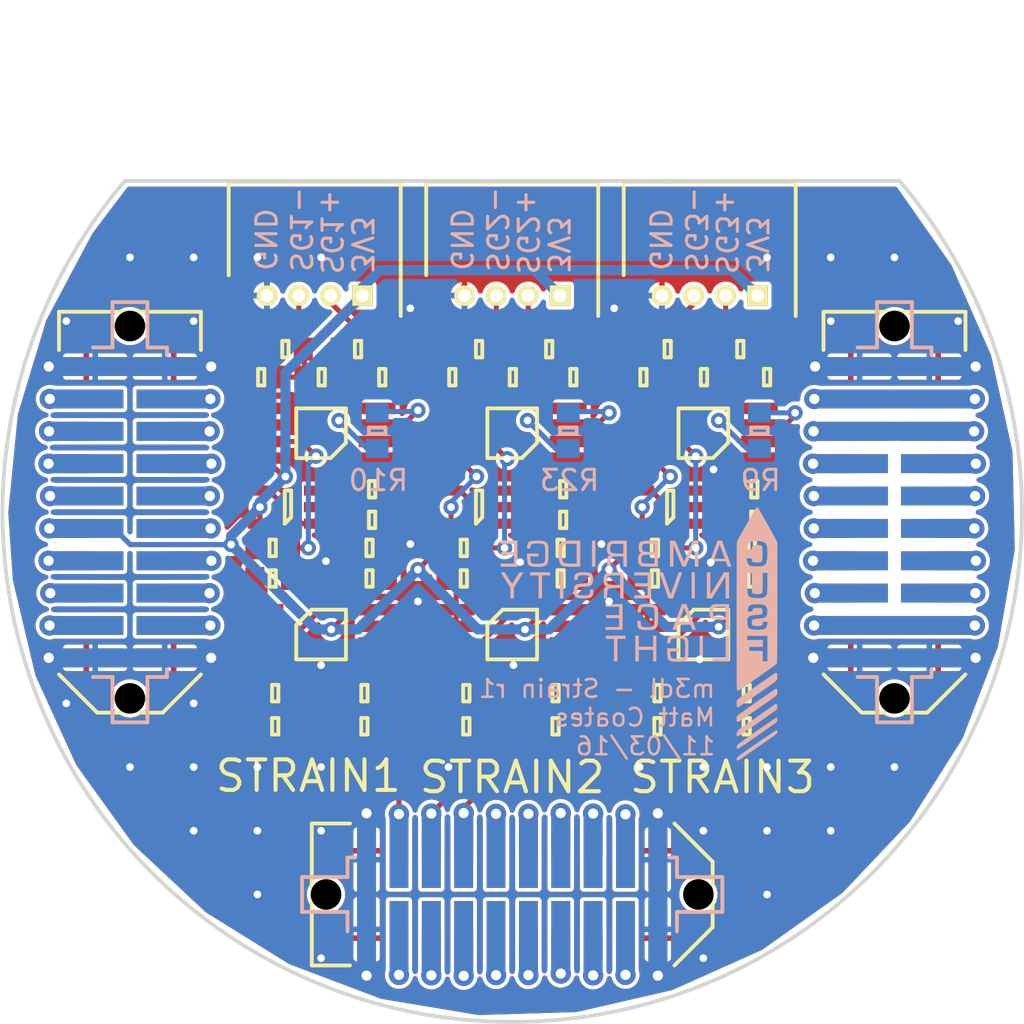
<source format=kicad_pcb>
(kicad_pcb (version 4) (host pcbnew 4.0.2-4+6225~38~ubuntu14.04.1-stable)
  (layers (0 F.Cu signal) (31 B.Cu signal) (34 B.Paste user hide) (35 F.Paste user hide) (36 B.SilkS user) (37 F.SilkS user hide) (38 B.Mask user hide) (39 F.Mask user hide) (44 Edge.Cuts user))
  (net 0 "")
  (net 1 GND)
  (net 2 "Net-(C1-Pad2)")
  (net 3 "Net-(C2-Pad2)")
  (net 4 "Net-(C4-Pad2)")
  (net 5 "Net-(C5-Pad2)")
  (net 6 "Net-(C7-Pad1)")
  (net 7 "Net-(C8-Pad1)")
  (net 8 "Net-(C9-Pad1)")
  (net 9 "Net-(C9-Pad2)")
  (net 10 "Net-(C10-Pad1)")
  (net 11 "Net-(C10-Pad2)")
  (net 12 "Net-(C11-Pad1)")
  (net 13 "Net-(C12-Pad1)")
  (net 14 "Net-(C13-Pad1)")
  (net 15 /STRAIN3)
  (net 16 "Net-(C14-Pad1)")
  (net 17 /STRAIN1)
  (net 18 "Net-(C15-Pad2)")
  (net 19 "Net-(C16-Pad2)")
  (net 20 "Net-(C18-Pad1)")
  (net 21 "Net-(C19-Pad1)")
  (net 22 "Net-(C19-Pad2)")
  (net 23 "Net-(C20-Pad1)")
  (net 24 "Net-(C21-Pad1)")
  (net 25 /STRAIN2)
  (net 26 "Net-(IC1-Pad2)")
  (net 27 "Net-(IC1-Pad3)")
  (net 28 "Net-(IC1-Pad6)")
  (net 29 "Net-(IC1-Pad7)")
  (net 30 3v3)
  (net 31 "Net-(IC2-Pad3)")
  (net 32 "Net-(IC3-Pad2)")
  (net 33 "Net-(IC3-Pad3)")
  (net 34 "Net-(IC3-Pad6)")
  (net 35 "Net-(IC3-Pad7)")
  (net 36 "Net-(IC4-Pad3)")
  (net 37 "Net-(IC6-Pad2)")
  (net 38 "Net-(IC6-Pad3)")
  (net 39 "Net-(IC6-Pad6)")
  (net 40 "Net-(IC6-Pad7)")
  (net 41 "Net-(IC7-Pad3)")
  (net 42 /3v3_IMU)
  (net 43 /JTMS)
  (net 44 /3v3_RADIO)
  (net 45 /JTCK)
  (net 46 /3v3_FC)
  (net 47 /3v3_PYRO)
  (net 48 /JTDR)
  (net 49 /RSVD1)
  (net 50 /3v3_AUX1)
  (net 51 /5v_CAN)
  (net 52 /3v3_AUX2)
  (net 53 /CAN-)
  (net 54 /RSVD2)
  (net 55 /CAN+)
  (net 56 /PYRO_SO)
  (net 57 /PYRO_SI)
  (net 58 /5v_RADIO)
  (net 59 /PYRO1)
  (net 60 /5v_IMU)
  (net 61 /PYRO2)
  (net 62 /5v_AUX1)
  (net 63 /PYRO3)
  (net 64 /5v_AUX2)
  (net 65 /PYRO4)
  (net 66 /5v_CAM)
  (net 67 /PWR)
  (net 68 /CHARGE)
  (net 69 /JTDI)
  (net 70 /PRESSURE3)
  (net 71 /SPI1_SCK)
  (net 72 /SPI1_MISO)
  (net 73 /SPI1_MOSI)
  (net 74 /STRAIN4)
  (net 75 /PRESSURE4)
  (net 76 /STRAIN5)
  (net 77 /PRESSURE5)
  (net 78 /STRAIN6)
  (net 79 /TEMP_INT)
  (net 80 /PRESSURE1)
  (net 81 /SPI1_CS)
  (net 82 /PRESSURE2)
  (net 83 /STRAIN1-)
  (net 84 /STRAIN1+)
  (net 85 /STRAIN3-)
  (net 86 /STRAIN3+)
  (net 87 /STRAIN2-)
  (net 88 /STRAIN2+)
  (module Connectors_Molex:Connector_Molex_PicoBlade_53048-0410 (layer F.Cu) (at 109.625 91.5 180)
    (fp_text reference J8 hide)
    (fp_text value S3)
    (pad 1 thru_hole rect (at 0 0 180) (size 0.8 0.8) (drill 0.5) (layers *.Cu *.Mask F.SilkS) (net 30 3v3))
    (pad 2 thru_hole oval (at 1.25 0 180) (size 0.8 0.8) (drill 0.5) (layers *.Cu *.Mask F.SilkS) (net 86 /STRAIN3+))
    (pad 3 thru_hole oval (at 2.5 0 180) (size 0.8 0.8) (drill 0.5) (layers *.Cu *.Mask F.SilkS) (net 85 /STRAIN3-))
    (pad 4 thru_hole oval (at 3.75 0 180) (size 0.8 0.8) (drill 0.5) (layers *.Cu *.Mask F.SilkS) (net 1 GND))
  )
  (module Connectors_Molex:Connector_Molex_PicoBlade_53048-0410 (layer F.Cu) (at 101.875 91.5 180)
    (fp_text reference J9 hide)
    (fp_text value S2)
    (pad 1 thru_hole rect (at 0 0 180) (size 0.8 0.8) (drill 0.5) (layers *.Cu *.Mask F.SilkS) (net 30 3v3))
    (pad 2 thru_hole oval (at 1.25 0 180) (size 0.8 0.8) (drill 0.5) (layers *.Cu *.Mask F.SilkS) (net 88 /STRAIN2+))
    (pad 3 thru_hole oval (at 2.5 0 180) (size 0.8 0.8) (drill 0.5) (layers *.Cu *.Mask F.SilkS) (net 87 /STRAIN2-))
    (pad 4 thru_hole oval (at 3.75 0 180) (size 0.8 0.8) (drill 0.5) (layers *.Cu *.Mask F.SilkS) (net 1 GND))
  )
  (module Connectors_Molex:Connector_Molex_PicoBlade_53048-0410 (layer F.Cu) (at 94.125 91.5 180)
    (fp_text reference J7 hide)
    (fp_text value S1)
    (pad 1 thru_hole rect (at 0 0 180) (size 0.8 0.8) (drill 0.5) (layers *.Cu *.Mask F.SilkS) (net 30 3v3))
    (pad 2 thru_hole oval (at 1.25 0 180) (size 0.8 0.8) (drill 0.5) (layers *.Cu *.Mask F.SilkS) (net 84 /STRAIN1+))
    (pad 3 thru_hole oval (at 2.5 0 180) (size 0.8 0.8) (drill 0.5) (layers *.Cu *.Mask F.SilkS) (net 83 /STRAIN1-))
    (pad 4 thru_hole oval (at 3.75 0 180) (size 0.8 0.8) (drill 0.5) (layers *.Cu *.Mask F.SilkS) (net 1 GND))
  )
  (module agg:MSOP-8 (layer F.Cu) (at 107.5 96.9 180)
    (fp_text reference IC1)
    (fp_text value AD8226)
    (pad 1 smd rect (at -2.2 -0.975 180) (size 1.45 0.45) (layers F.Cu F.Paste F.Mask) (net 2 "Net-(C1-Pad2)"))
    (pad 2 smd rect (at -2.2 -0.325 180) (size 1.45 0.45) (layers F.Cu F.Paste F.Mask) (net 26 "Net-(IC1-Pad2)"))
    (pad 3 smd rect (at -2.2 0.325 180) (size 1.45 0.45) (layers F.Cu F.Paste F.Mask) (net 27 "Net-(IC1-Pad3)"))
    (pad 4 smd rect (at -2.2 0.975 180) (size 1.45 0.45) (layers F.Cu F.Paste F.Mask) (net 3 "Net-(C2-Pad2)"))
    (pad 5 smd rect (at 2.2 0.975 180) (size 1.45 0.45) (layers F.Cu F.Paste F.Mask) (net 1 GND))
    (pad 6 smd rect (at 2.2 0.325 180) (size 1.45 0.45) (layers F.Cu F.Paste F.Mask) (net 28 "Net-(IC1-Pad6)"))
    (pad 7 smd rect (at 2.2 -0.325 180) (size 1.45 0.45) (layers F.Cu F.Paste F.Mask) (net 29 "Net-(IC1-Pad7)"))
    (pad 8 smd rect (at 2.2 -0.975 180) (size 1.45 0.45) (layers F.Cu F.Paste F.Mask) (net 30 3v3))
  )
  (module agg:SC-70-5 (layer F.Cu) (at 106.2 99.8 180)
    (fp_text reference IC2)
    (fp_text value AD8541)
    (pad 1 smd rect (at -1.1 -0.65 180) (size 0.95 0.4) (layers F.Cu F.Paste F.Mask) (net 28 "Net-(IC1-Pad6)"))
    (pad 2 smd rect (at -1.1 0 180) (size 0.95 0.4) (layers F.Cu F.Paste F.Mask) (net 1 GND))
    (pad 3 smd rect (at -1.1 0.65 180) (size 0.95 0.4) (layers F.Cu F.Paste F.Mask) (net 31 "Net-(IC2-Pad3)"))
    (pad 4 smd rect (at 1.1 0.65 180) (size 0.95 0.4) (layers F.Cu F.Paste F.Mask) (net 28 "Net-(IC1-Pad6)"))
    (pad 5 smd rect (at 1.1 -0.65 180) (size 0.95 0.4) (layers F.Cu F.Paste F.Mask) (net 30 3v3))
  )
  (module agg:MSOP-8 (layer F.Cu) (at 92.5 96.9 180)
    (fp_text reference IC3)
    (fp_text value AD8226)
    (pad 1 smd rect (at -2.2 -0.975 180) (size 1.45 0.45) (layers F.Cu F.Paste F.Mask) (net 4 "Net-(C4-Pad2)"))
    (pad 2 smd rect (at -2.2 -0.325 180) (size 1.45 0.45) (layers F.Cu F.Paste F.Mask) (net 32 "Net-(IC3-Pad2)"))
    (pad 3 smd rect (at -2.2 0.325 180) (size 1.45 0.45) (layers F.Cu F.Paste F.Mask) (net 33 "Net-(IC3-Pad3)"))
    (pad 4 smd rect (at -2.2 0.975 180) (size 1.45 0.45) (layers F.Cu F.Paste F.Mask) (net 5 "Net-(C5-Pad2)"))
    (pad 5 smd rect (at 2.2 0.975 180) (size 1.45 0.45) (layers F.Cu F.Paste F.Mask) (net 1 GND))
    (pad 6 smd rect (at 2.2 0.325 180) (size 1.45 0.45) (layers F.Cu F.Paste F.Mask) (net 34 "Net-(IC3-Pad6)"))
    (pad 7 smd rect (at 2.2 -0.325 180) (size 1.45 0.45) (layers F.Cu F.Paste F.Mask) (net 35 "Net-(IC3-Pad7)"))
    (pad 8 smd rect (at 2.2 -0.975 180) (size 1.45 0.45) (layers F.Cu F.Paste F.Mask) (net 30 3v3))
  )
  (module agg:SC-70-5 (layer F.Cu) (at 91.2 99.8 180)
    (fp_text reference IC4)
    (fp_text value AD8541)
    (pad 1 smd rect (at -1.1 -0.65 180) (size 0.95 0.4) (layers F.Cu F.Paste F.Mask) (net 34 "Net-(IC3-Pad6)"))
    (pad 2 smd rect (at -1.1 0 180) (size 0.95 0.4) (layers F.Cu F.Paste F.Mask) (net 1 GND))
    (pad 3 smd rect (at -1.1 0.65 180) (size 0.95 0.4) (layers F.Cu F.Paste F.Mask) (net 36 "Net-(IC4-Pad3)"))
    (pad 4 smd rect (at 1.1 0.65 180) (size 0.95 0.4) (layers F.Cu F.Paste F.Mask) (net 34 "Net-(IC3-Pad6)"))
    (pad 5 smd rect (at 1.1 -0.65 180) (size 0.95 0.4) (layers F.Cu F.Paste F.Mask) (net 30 3v3))
  )
  (module agg:MSOP-8 (layer F.Cu) (at 92.5 104.8)
    (fp_text reference IC5)
    (fp_text value AD8656)
    (pad 1 smd rect (at -2.2 -0.975) (size 1.45 0.45) (layers F.Cu F.Paste F.Mask) (net 11 "Net-(C10-Pad2)"))
    (pad 2 smd rect (at -2.2 -0.325) (size 1.45 0.45) (layers F.Cu F.Paste F.Mask) (net 11 "Net-(C10-Pad2)"))
    (pad 3 smd rect (at -2.2 0.325) (size 1.45 0.45) (layers F.Cu F.Paste F.Mask) (net 7 "Net-(C8-Pad1)"))
    (pad 4 smd rect (at -2.2 0.975) (size 1.45 0.45) (layers F.Cu F.Paste F.Mask) (net 1 GND))
    (pad 5 smd rect (at 2.2 0.975) (size 1.45 0.45) (layers F.Cu F.Paste F.Mask) (net 13 "Net-(C12-Pad1)"))
    (pad 6 smd rect (at 2.2 0.325) (size 1.45 0.45) (layers F.Cu F.Paste F.Mask) (net 17 /STRAIN1))
    (pad 7 smd rect (at 2.2 -0.325) (size 1.45 0.45) (layers F.Cu F.Paste F.Mask) (net 17 /STRAIN1))
    (pad 8 smd rect (at 2.2 -0.975) (size 1.45 0.45) (layers F.Cu F.Paste F.Mask) (net 30 3v3))
  )
  (module agg:MSOP-8 (layer F.Cu) (at 100 96.9 180)
    (fp_text reference IC6)
    (fp_text value AD8226)
    (pad 1 smd rect (at -2.2 -0.975 180) (size 1.45 0.45) (layers F.Cu F.Paste F.Mask) (net 18 "Net-(C15-Pad2)"))
    (pad 2 smd rect (at -2.2 -0.325 180) (size 1.45 0.45) (layers F.Cu F.Paste F.Mask) (net 37 "Net-(IC6-Pad2)"))
    (pad 3 smd rect (at -2.2 0.325 180) (size 1.45 0.45) (layers F.Cu F.Paste F.Mask) (net 38 "Net-(IC6-Pad3)"))
    (pad 4 smd rect (at -2.2 0.975 180) (size 1.45 0.45) (layers F.Cu F.Paste F.Mask) (net 19 "Net-(C16-Pad2)"))
    (pad 5 smd rect (at 2.2 0.975 180) (size 1.45 0.45) (layers F.Cu F.Paste F.Mask) (net 1 GND))
    (pad 6 smd rect (at 2.2 0.325 180) (size 1.45 0.45) (layers F.Cu F.Paste F.Mask) (net 39 "Net-(IC6-Pad6)"))
    (pad 7 smd rect (at 2.2 -0.325 180) (size 1.45 0.45) (layers F.Cu F.Paste F.Mask) (net 40 "Net-(IC6-Pad7)"))
    (pad 8 smd rect (at 2.2 -0.975 180) (size 1.45 0.45) (layers F.Cu F.Paste F.Mask) (net 30 3v3))
  )
  (module agg:SC-70-5 (layer F.Cu) (at 98.7 99.8 180)
    (fp_text reference IC7)
    (fp_text value AD8541)
    (pad 1 smd rect (at -1.1 -0.65 180) (size 0.95 0.4) (layers F.Cu F.Paste F.Mask) (net 39 "Net-(IC6-Pad6)"))
    (pad 2 smd rect (at -1.1 0 180) (size 0.95 0.4) (layers F.Cu F.Paste F.Mask) (net 1 GND))
    (pad 3 smd rect (at -1.1 0.65 180) (size 0.95 0.4) (layers F.Cu F.Paste F.Mask) (net 41 "Net-(IC7-Pad3)"))
    (pad 4 smd rect (at 1.1 0.65 180) (size 0.95 0.4) (layers F.Cu F.Paste F.Mask) (net 39 "Net-(IC6-Pad6)"))
    (pad 5 smd rect (at 1.1 -0.65 180) (size 0.95 0.4) (layers F.Cu F.Paste F.Mask) (net 30 3v3))
  )
  (module agg:MSOP-8 (layer F.Cu) (at 100 104.8)
    (fp_text reference IC8)
    (fp_text value AD8656)
    (pad 1 smd rect (at -2.2 -0.975) (size 1.45 0.45) (layers F.Cu F.Paste F.Mask) (net 22 "Net-(C19-Pad2)"))
    (pad 2 smd rect (at -2.2 -0.325) (size 1.45 0.45) (layers F.Cu F.Paste F.Mask) (net 22 "Net-(C19-Pad2)"))
    (pad 3 smd rect (at -2.2 0.325) (size 1.45 0.45) (layers F.Cu F.Paste F.Mask) (net 20 "Net-(C18-Pad1)"))
    (pad 4 smd rect (at -2.2 0.975) (size 1.45 0.45) (layers F.Cu F.Paste F.Mask) (net 1 GND))
    (pad 5 smd rect (at 2.2 0.975) (size 1.45 0.45) (layers F.Cu F.Paste F.Mask) (net 23 "Net-(C20-Pad1)"))
    (pad 6 smd rect (at 2.2 0.325) (size 1.45 0.45) (layers F.Cu F.Paste F.Mask) (net 25 /STRAIN2))
    (pad 7 smd rect (at 2.2 -0.325) (size 1.45 0.45) (layers F.Cu F.Paste F.Mask) (net 25 /STRAIN2))
    (pad 8 smd rect (at 2.2 -0.975) (size 1.45 0.45) (layers F.Cu F.Paste F.Mask) (net 30 3v3))
  )
  (module agg:MSOP-8 (layer F.Cu) (at 107.5 104.8)
    (fp_text reference IC9)
    (fp_text value AD8656)
    (pad 1 smd rect (at -2.2 -0.975) (size 1.45 0.45) (layers F.Cu F.Paste F.Mask) (net 9 "Net-(C9-Pad2)"))
    (pad 2 smd rect (at -2.2 -0.325) (size 1.45 0.45) (layers F.Cu F.Paste F.Mask) (net 9 "Net-(C9-Pad2)"))
    (pad 3 smd rect (at -2.2 0.325) (size 1.45 0.45) (layers F.Cu F.Paste F.Mask) (net 6 "Net-(C7-Pad1)"))
    (pad 4 smd rect (at -2.2 0.975) (size 1.45 0.45) (layers F.Cu F.Paste F.Mask) (net 1 GND))
    (pad 5 smd rect (at 2.2 0.975) (size 1.45 0.45) (layers F.Cu F.Paste F.Mask) (net 12 "Net-(C11-Pad1)"))
    (pad 6 smd rect (at 2.2 0.325) (size 1.45 0.45) (layers F.Cu F.Paste F.Mask) (net 15 /STRAIN3))
    (pad 7 smd rect (at 2.2 -0.325) (size 1.45 0.45) (layers F.Cu F.Paste F.Mask) (net 15 /STRAIN3))
    (pad 8 smd rect (at 2.2 -0.975) (size 1.45 0.45) (layers F.Cu F.Paste F.Mask) (net 30 3v3))
  )
  (module agg:TFML-110-02-L-D (layer F.Cu) (at 85 100 270)
    (fp_text reference J1)
    (fp_text value "WEST TOP")
    (pad 1 smd rect (at -5.715 1.715 270) (size 0.74 2.92) (layers F.Cu F.Paste F.Mask) (net 1 GND))
    (pad 2 smd rect (at -5.715 -1.715 270) (size 0.74 2.92) (layers F.Cu F.Paste F.Mask) (net 1 GND))
    (pad 3 smd rect (at -4.445 1.715 270) (size 0.74 2.92) (layers F.Cu F.Paste F.Mask) (net 42 /3v3_IMU))
    (pad 4 smd rect (at -4.445 -1.715 270) (size 0.74 2.92) (layers F.Cu F.Paste F.Mask) (net 43 /JTMS))
    (pad 5 smd rect (at -3.175 1.715 270) (size 0.74 2.92) (layers F.Cu F.Paste F.Mask) (net 44 /3v3_RADIO))
    (pad 6 smd rect (at -3.175 -1.715 270) (size 0.74 2.92) (layers F.Cu F.Paste F.Mask) (net 45 /JTCK))
    (pad 7 smd rect (at -1.905 1.715 270) (size 0.74 2.92) (layers F.Cu F.Paste F.Mask) (net 46 /3v3_FC))
    (pad 8 smd rect (at -1.905 -1.715 270) (size 0.74 2.92) (layers F.Cu F.Paste F.Mask) (net 69 /JTDI))
    (pad 9 smd rect (at -0.635 1.715 270) (size 0.74 2.92) (layers F.Cu F.Paste F.Mask) (net 47 /3v3_PYRO))
    (pad 10 smd rect (at -0.635 -1.715 270) (size 0.74 2.92) (layers F.Cu F.Paste F.Mask) (net 48 /JTDR))
    (pad 11 smd rect (at 0.635 1.715 270) (size 0.74 2.92) (layers F.Cu F.Paste F.Mask) (net 30 3v3))
    (pad 12 smd rect (at 0.635 -1.715 270) (size 0.74 2.92) (layers F.Cu F.Paste F.Mask) (net 49 /RSVD1))
    (pad 13 smd rect (at 1.905 1.715 270) (size 0.74 2.92) (layers F.Cu F.Paste F.Mask) (net 50 /3v3_AUX1))
    (pad 14 smd rect (at 1.905 -1.715 270) (size 0.74 2.92) (layers F.Cu F.Paste F.Mask) (net 51 /5v_CAN))
    (pad 15 smd rect (at 3.175 1.715 270) (size 0.74 2.92) (layers F.Cu F.Paste F.Mask) (net 52 /3v3_AUX2))
    (pad 16 smd rect (at 3.175 -1.715 270) (size 0.74 2.92) (layers F.Cu F.Paste F.Mask) (net 53 /CAN-))
    (pad 17 smd rect (at 4.445 1.715 270) (size 0.74 2.92) (layers F.Cu F.Paste F.Mask) (net 54 /RSVD2))
    (pad 18 smd rect (at 4.445 -1.715 270) (size 0.74 2.92) (layers F.Cu F.Paste F.Mask) (net 55 /CAN+))
    (pad 19 smd rect (at 5.715 1.715 270) (size 0.74 2.92) (layers F.Cu F.Paste F.Mask) (net 1 GND))
    (pad 20 smd rect (at 5.715 -1.715 270) (size 0.74 2.92) (layers F.Cu F.Paste F.Mask) (net 1 GND))
  )
  (module agg:TFML-110-02-L-D (layer F.Cu) (at 115 100 270)
    (fp_text reference J2)
    (fp_text value "EAST TOP")
    (pad 1 smd rect (at -5.715 1.715 270) (size 0.74 2.92) (layers F.Cu F.Paste F.Mask) (net 1 GND))
    (pad 2 smd rect (at -5.715 -1.715 270) (size 0.74 2.92) (layers F.Cu F.Paste F.Mask) (net 1 GND))
    (pad 3 smd rect (at -4.445 1.715 270) (size 0.74 2.92) (layers F.Cu F.Paste F.Mask) (net 56 /PYRO_SO))
    (pad 4 smd rect (at -4.445 -1.715 270) (size 0.74 2.92) (layers F.Cu F.Paste F.Mask) (net 56 /PYRO_SO))
    (pad 5 smd rect (at -3.175 1.715 270) (size 0.74 2.92) (layers F.Cu F.Paste F.Mask) (net 57 /PYRO_SI))
    (pad 6 smd rect (at -3.175 -1.715 270) (size 0.74 2.92) (layers F.Cu F.Paste F.Mask) (net 57 /PYRO_SI))
    (pad 7 smd rect (at -1.905 1.715 270) (size 0.74 2.92) (layers F.Cu F.Paste F.Mask) (net 58 /5v_RADIO))
    (pad 8 smd rect (at -1.905 -1.715 270) (size 0.74 2.92) (layers F.Cu F.Paste F.Mask) (net 59 /PYRO1))
    (pad 9 smd rect (at -0.635 1.715 270) (size 0.74 2.92) (layers F.Cu F.Paste F.Mask) (net 60 /5v_IMU))
    (pad 10 smd rect (at -0.635 -1.715 270) (size 0.74 2.92) (layers F.Cu F.Paste F.Mask) (net 61 /PYRO2))
    (pad 11 smd rect (at 0.635 1.715 270) (size 0.74 2.92) (layers F.Cu F.Paste F.Mask) (net 62 /5v_AUX1))
    (pad 12 smd rect (at 0.635 -1.715 270) (size 0.74 2.92) (layers F.Cu F.Paste F.Mask) (net 63 /PYRO3))
    (pad 13 smd rect (at 1.905 1.715 270) (size 0.74 2.92) (layers F.Cu F.Paste F.Mask) (net 64 /5v_AUX2))
    (pad 14 smd rect (at 1.905 -1.715 270) (size 0.74 2.92) (layers F.Cu F.Paste F.Mask) (net 65 /PYRO4))
    (pad 15 smd rect (at 3.175 1.715 270) (size 0.74 2.92) (layers F.Cu F.Paste F.Mask) (net 66 /5v_CAM))
    (pad 16 smd rect (at 3.175 -1.715 270) (size 0.74 2.92) (layers F.Cu F.Paste F.Mask) (net 67 /PWR))
    (pad 17 smd rect (at 4.445 1.715 270) (size 0.74 2.92) (layers F.Cu F.Paste F.Mask) (net 68 /CHARGE))
    (pad 18 smd rect (at 4.445 -1.715 270) (size 0.74 2.92) (layers F.Cu F.Paste F.Mask) (net 68 /CHARGE))
    (pad 19 smd rect (at 5.715 1.715 270) (size 0.74 2.92) (layers F.Cu F.Paste F.Mask) (net 1 GND))
    (pad 20 smd rect (at 5.715 -1.715 270) (size 0.74 2.92) (layers F.Cu F.Paste F.Mask) (net 1 GND))
  )
  (module agg:SFML-110-02-L-D-LC (layer B.Cu) (at 85 100 270)
    (fp_text reference J3)
    (fp_text value "WEST BOT")
    (pad 1 smd rect (at -5.715 1.365 270) (size 0.74 2.22) (layers B.Cu B.Paste B.Mask) (net 1 GND))
    (pad 2 smd rect (at -5.715 -1.365 270) (size 0.74 2.22) (layers B.Cu B.Paste B.Mask) (net 1 GND))
    (pad 3 smd rect (at -4.445 1.365 270) (size 0.74 2.22) (layers B.Cu B.Paste B.Mask) (net 42 /3v3_IMU))
    (pad 4 smd rect (at -4.445 -1.365 270) (size 0.74 2.22) (layers B.Cu B.Paste B.Mask) (net 43 /JTMS))
    (pad 5 smd rect (at -3.175 1.365 270) (size 0.74 2.22) (layers B.Cu B.Paste B.Mask) (net 44 /3v3_RADIO))
    (pad 6 smd rect (at -3.175 -1.365 270) (size 0.74 2.22) (layers B.Cu B.Paste B.Mask) (net 45 /JTCK))
    (pad 7 smd rect (at -1.905 1.365 270) (size 0.74 2.22) (layers B.Cu B.Paste B.Mask) (net 46 /3v3_FC))
    (pad 8 smd rect (at -1.905 -1.365 270) (size 0.74 2.22) (layers B.Cu B.Paste B.Mask) (net 69 /JTDI))
    (pad 9 smd rect (at -0.635 1.365 270) (size 0.74 2.22) (layers B.Cu B.Paste B.Mask) (net 47 /3v3_PYRO))
    (pad 10 smd rect (at -0.635 -1.365 270) (size 0.74 2.22) (layers B.Cu B.Paste B.Mask) (net 48 /JTDR))
    (pad 11 smd rect (at 0.635 1.365 270) (size 0.74 2.22) (layers B.Cu B.Paste B.Mask) (net 30 3v3))
    (pad 12 smd rect (at 0.635 -1.365 270) (size 0.74 2.22) (layers B.Cu B.Paste B.Mask) (net 49 /RSVD1))
    (pad 13 smd rect (at 1.905 1.365 270) (size 0.74 2.22) (layers B.Cu B.Paste B.Mask) (net 50 /3v3_AUX1))
    (pad 14 smd rect (at 1.905 -1.365 270) (size 0.74 2.22) (layers B.Cu B.Paste B.Mask) (net 51 /5v_CAN))
    (pad 15 smd rect (at 3.175 1.365 270) (size 0.74 2.22) (layers B.Cu B.Paste B.Mask) (net 52 /3v3_AUX2))
    (pad 16 smd rect (at 3.175 -1.365 270) (size 0.74 2.22) (layers B.Cu B.Paste B.Mask) (net 53 /CAN-))
    (pad 17 smd rect (at 4.445 1.365 270) (size 0.74 2.22) (layers B.Cu B.Paste B.Mask) (net 54 /RSVD2))
    (pad 18 smd rect (at 4.445 -1.365 270) (size 0.74 2.22) (layers B.Cu B.Paste B.Mask) (net 55 /CAN+))
    (pad 19 smd rect (at 5.715 1.365 270) (size 0.74 2.22) (layers B.Cu B.Paste B.Mask) (net 1 GND))
    (pad 20 smd rect (at 5.715 -1.365 270) (size 0.74 2.22) (layers B.Cu B.Paste B.Mask) (net 1 GND))
    (pad "" np_thru_hole circle (at 7.305 0 270) (size 1.2 1.2) (drill 1.2) (layers *.Mask))
    (pad "" np_thru_hole circle (at -7.305 0 270) (size 1.2 1.2) (drill 1.2) (layers *.Mask))
  )
  (module agg:SFML-110-02-L-D-LC (layer B.Cu) (at 115 100 270)
    (fp_text reference J4)
    (fp_text value "EAST BOT")
    (pad 1 smd rect (at -5.715 1.365 270) (size 0.74 2.22) (layers B.Cu B.Paste B.Mask) (net 1 GND))
    (pad 2 smd rect (at -5.715 -1.365 270) (size 0.74 2.22) (layers B.Cu B.Paste B.Mask) (net 1 GND))
    (pad 3 smd rect (at -4.445 1.365 270) (size 0.74 2.22) (layers B.Cu B.Paste B.Mask) (net 56 /PYRO_SO))
    (pad 4 smd rect (at -4.445 -1.365 270) (size 0.74 2.22) (layers B.Cu B.Paste B.Mask) (net 56 /PYRO_SO))
    (pad 5 smd rect (at -3.175 1.365 270) (size 0.74 2.22) (layers B.Cu B.Paste B.Mask) (net 57 /PYRO_SI))
    (pad 6 smd rect (at -3.175 -1.365 270) (size 0.74 2.22) (layers B.Cu B.Paste B.Mask) (net 57 /PYRO_SI))
    (pad 7 smd rect (at -1.905 1.365 270) (size 0.74 2.22) (layers B.Cu B.Paste B.Mask) (net 58 /5v_RADIO))
    (pad 8 smd rect (at -1.905 -1.365 270) (size 0.74 2.22) (layers B.Cu B.Paste B.Mask) (net 59 /PYRO1))
    (pad 9 smd rect (at -0.635 1.365 270) (size 0.74 2.22) (layers B.Cu B.Paste B.Mask) (net 60 /5v_IMU))
    (pad 10 smd rect (at -0.635 -1.365 270) (size 0.74 2.22) (layers B.Cu B.Paste B.Mask) (net 61 /PYRO2))
    (pad 11 smd rect (at 0.635 1.365 270) (size 0.74 2.22) (layers B.Cu B.Paste B.Mask) (net 62 /5v_AUX1))
    (pad 12 smd rect (at 0.635 -1.365 270) (size 0.74 2.22) (layers B.Cu B.Paste B.Mask) (net 63 /PYRO3))
    (pad 13 smd rect (at 1.905 1.365 270) (size 0.74 2.22) (layers B.Cu B.Paste B.Mask) (net 64 /5v_AUX2))
    (pad 14 smd rect (at 1.905 -1.365 270) (size 0.74 2.22) (layers B.Cu B.Paste B.Mask) (net 65 /PYRO4))
    (pad 15 smd rect (at 3.175 1.365 270) (size 0.74 2.22) (layers B.Cu B.Paste B.Mask) (net 66 /5v_CAM))
    (pad 16 smd rect (at 3.175 -1.365 270) (size 0.74 2.22) (layers B.Cu B.Paste B.Mask) (net 67 /PWR))
    (pad 17 smd rect (at 4.445 1.365 270) (size 0.74 2.22) (layers B.Cu B.Paste B.Mask) (net 68 /CHARGE))
    (pad 18 smd rect (at 4.445 -1.365 270) (size 0.74 2.22) (layers B.Cu B.Paste B.Mask) (net 68 /CHARGE))
    (pad 19 smd rect (at 5.715 1.365 270) (size 0.74 2.22) (layers B.Cu B.Paste B.Mask) (net 1 GND))
    (pad 20 smd rect (at 5.715 -1.365 270) (size 0.74 2.22) (layers B.Cu B.Paste B.Mask) (net 1 GND))
    (pad "" np_thru_hole circle (at 7.305 0 270) (size 1.2 1.2) (drill 1.2) (layers *.Mask))
    (pad "" np_thru_hole circle (at -7.305 0 270) (size 1.2 1.2) (drill 1.2) (layers *.Mask))
  )
  (module agg:TFML-110-02-L-D (layer F.Cu) (at 100 115)
    (fp_text reference J5)
    (fp_text value "NORTH TOP")
    (pad 1 smd rect (at -5.715 1.715) (size 0.74 2.92) (layers F.Cu F.Paste F.Mask) (net 1 GND))
    (pad 2 smd rect (at -5.715 -1.715) (size 0.74 2.92) (layers F.Cu F.Paste F.Mask) (net 1 GND))
    (pad 3 smd rect (at -4.445 1.715) (size 0.74 2.92) (layers F.Cu F.Paste F.Mask) (net 70 /PRESSURE3))
    (pad 4 smd rect (at -4.445 -1.715) (size 0.74 2.92) (layers F.Cu F.Paste F.Mask) (net 17 /STRAIN1))
    (pad 5 smd rect (at -3.175 1.715) (size 0.74 2.92) (layers F.Cu F.Paste F.Mask) (net 71 /SPI1_SCK))
    (pad 6 smd rect (at -3.175 -1.715) (size 0.74 2.92) (layers F.Cu F.Paste F.Mask) (net 25 /STRAIN2))
    (pad 7 smd rect (at -1.905 1.715) (size 0.74 2.92) (layers F.Cu F.Paste F.Mask) (net 72 /SPI1_MISO))
    (pad 8 smd rect (at -1.905 -1.715) (size 0.74 2.92) (layers F.Cu F.Paste F.Mask) (net 15 /STRAIN3))
    (pad 9 smd rect (at -0.635 1.715) (size 0.74 2.92) (layers F.Cu F.Paste F.Mask) (net 73 /SPI1_MOSI))
    (pad 10 smd rect (at -0.635 -1.715) (size 0.74 2.92) (layers F.Cu F.Paste F.Mask) (net 74 /STRAIN4))
    (pad 11 smd rect (at 0.635 1.715) (size 0.74 2.92) (layers F.Cu F.Paste F.Mask) (net 75 /PRESSURE4))
    (pad 12 smd rect (at 0.635 -1.715) (size 0.74 2.92) (layers F.Cu F.Paste F.Mask) (net 76 /STRAIN5))
    (pad 13 smd rect (at 1.905 1.715) (size 0.74 2.92) (layers F.Cu F.Paste F.Mask) (net 77 /PRESSURE5))
    (pad 14 smd rect (at 1.905 -1.715) (size 0.74 2.92) (layers F.Cu F.Paste F.Mask) (net 78 /STRAIN6))
    (pad 15 smd rect (at 3.175 1.715) (size 0.74 2.92) (layers F.Cu F.Paste F.Mask) (net 79 /TEMP_INT))
    (pad 16 smd rect (at 3.175 -1.715) (size 0.74 2.92) (layers F.Cu F.Paste F.Mask) (net 80 /PRESSURE1))
    (pad 17 smd rect (at 4.445 1.715) (size 0.74 2.92) (layers F.Cu F.Paste F.Mask) (net 81 /SPI1_CS))
    (pad 18 smd rect (at 4.445 -1.715) (size 0.74 2.92) (layers F.Cu F.Paste F.Mask) (net 82 /PRESSURE2))
    (pad 19 smd rect (at 5.715 1.715) (size 0.74 2.92) (layers F.Cu F.Paste F.Mask) (net 1 GND))
    (pad 20 smd rect (at 5.715 -1.715) (size 0.74 2.92) (layers F.Cu F.Paste F.Mask) (net 1 GND))
  )
  (module agg:SFML-110-02-L-D-LC (layer B.Cu) (at 100 115)
    (fp_text reference J6)
    (fp_text value "NORTH BOT")
    (pad 1 smd rect (at -5.715 1.365) (size 0.74 2.22) (layers B.Cu B.Paste B.Mask) (net 1 GND))
    (pad 2 smd rect (at -5.715 -1.365) (size 0.74 2.22) (layers B.Cu B.Paste B.Mask) (net 1 GND))
    (pad 3 smd rect (at -4.445 1.365) (size 0.74 2.22) (layers B.Cu B.Paste B.Mask) (net 70 /PRESSURE3))
    (pad 4 smd rect (at -4.445 -1.365) (size 0.74 2.22) (layers B.Cu B.Paste B.Mask) (net 17 /STRAIN1))
    (pad 5 smd rect (at -3.175 1.365) (size 0.74 2.22) (layers B.Cu B.Paste B.Mask) (net 71 /SPI1_SCK))
    (pad 6 smd rect (at -3.175 -1.365) (size 0.74 2.22) (layers B.Cu B.Paste B.Mask) (net 25 /STRAIN2))
    (pad 7 smd rect (at -1.905 1.365) (size 0.74 2.22) (layers B.Cu B.Paste B.Mask) (net 72 /SPI1_MISO))
    (pad 8 smd rect (at -1.905 -1.365) (size 0.74 2.22) (layers B.Cu B.Paste B.Mask) (net 15 /STRAIN3))
    (pad 9 smd rect (at -0.635 1.365) (size 0.74 2.22) (layers B.Cu B.Paste B.Mask) (net 73 /SPI1_MOSI))
    (pad 10 smd rect (at -0.635 -1.365) (size 0.74 2.22) (layers B.Cu B.Paste B.Mask) (net 74 /STRAIN4))
    (pad 11 smd rect (at 0.635 1.365) (size 0.74 2.22) (layers B.Cu B.Paste B.Mask) (net 75 /PRESSURE4))
    (pad 12 smd rect (at 0.635 -1.365) (size 0.74 2.22) (layers B.Cu B.Paste B.Mask) (net 76 /STRAIN5))
    (pad 13 smd rect (at 1.905 1.365) (size 0.74 2.22) (layers B.Cu B.Paste B.Mask) (net 77 /PRESSURE5))
    (pad 14 smd rect (at 1.905 -1.365) (size 0.74 2.22) (layers B.Cu B.Paste B.Mask) (net 78 /STRAIN6))
    (pad 15 smd rect (at 3.175 1.365) (size 0.74 2.22) (layers B.Cu B.Paste B.Mask) (net 79 /TEMP_INT))
    (pad 16 smd rect (at 3.175 -1.365) (size 0.74 2.22) (layers B.Cu B.Paste B.Mask) (net 80 /PRESSURE1))
    (pad 17 smd rect (at 4.445 1.365) (size 0.74 2.22) (layers B.Cu B.Paste B.Mask) (net 81 /SPI1_CS))
    (pad 18 smd rect (at 4.445 -1.365) (size 0.74 2.22) (layers B.Cu B.Paste B.Mask) (net 82 /PRESSURE2))
    (pad 19 smd rect (at 5.715 1.365) (size 0.74 2.22) (layers B.Cu B.Paste B.Mask) (net 1 GND))
    (pad 20 smd rect (at 5.715 -1.365) (size 0.74 2.22) (layers B.Cu B.Paste B.Mask) (net 1 GND))
    (pad "" np_thru_hole circle (at 7.305 0) (size 1.2 1.2) (drill 1.2) (layers *.Mask))
    (pad "" np_thru_hole circle (at -7.305 0) (size 1.2 1.2) (drill 1.2) (layers *.Mask))
  )
  (module agg:0603-L (layer F.Cu) (at 101.7 108.4)
    (fp_text reference C21)
    (fp_text value 82n)
    (pad 1 smd rect (at -0.7 0) (size 0.75 0.9) (layers F.Cu F.Paste F.Mask) (net 24 "Net-(C21-Pad1)"))
    (pad 2 smd rect (at 0.7 0) (size 0.75 0.9) (layers F.Cu F.Paste F.Mask) (net 25 /STRAIN2))
  )
  (module agg:0603-L (layer F.Cu) (at 98.2 107.1 180)
    (fp_text reference C20)
    (fp_text value 8.2n)
    (pad 1 smd rect (at -0.7 0 180) (size 0.75 0.9) (layers F.Cu F.Paste F.Mask) (net 23 "Net-(C20-Pad1)"))
    (pad 2 smd rect (at 0.7 0 180) (size 0.75 0.9) (layers F.Cu F.Paste F.Mask) (net 1 GND))
  )
  (module agg:0603-L (layer F.Cu) (at 98.1 102.6 180)
    (fp_text reference C19)
    (fp_text value 82n)
    (pad 1 smd rect (at -0.7 0 180) (size 0.75 0.9) (layers F.Cu F.Paste F.Mask) (net 21 "Net-(C19-Pad1)"))
    (pad 2 smd rect (at 0.7 0 180) (size 0.75 0.9) (layers F.Cu F.Paste F.Mask) (net 22 "Net-(C19-Pad2)"))
  )
  (module agg:0603-L (layer F.Cu) (at 101.9 101.4)
    (fp_text reference C18)
    (fp_text value 8.2n)
    (pad 1 smd rect (at -0.7 0) (size 0.75 0.9) (layers F.Cu F.Paste F.Mask) (net 20 "Net-(C18-Pad1)"))
    (pad 2 smd rect (at 0.7 0) (size 0.75 0.9) (layers F.Cu F.Paste F.Mask) (net 1 GND))
  )
  (module agg:0603-L (layer F.Cu) (at 102.4 94.7)
    (fp_text reference C17)
    (fp_text value 1n)
    (pad 1 smd rect (at -0.7 0) (size 0.75 0.9) (layers F.Cu F.Paste F.Mask) (net 19 "Net-(C16-Pad2)"))
    (pad 2 smd rect (at 0.7 0) (size 0.75 0.9) (layers F.Cu F.Paste F.Mask) (net 1 GND))
  )
  (module agg:0603-L (layer F.Cu) (at 100.025 94.7)
    (fp_text reference C16)
    (fp_text value 10n)
    (pad 1 smd rect (at -0.7 0) (size 0.75 0.9) (layers F.Cu F.Paste F.Mask) (net 18 "Net-(C15-Pad2)"))
    (pad 2 smd rect (at 0.7 0) (size 0.75 0.9) (layers F.Cu F.Paste F.Mask) (net 19 "Net-(C16-Pad2)"))
  )
  (module agg:0603-L (layer F.Cu) (at 97.65 94.7)
    (fp_text reference C15)
    (fp_text value 1n)
    (pad 1 smd rect (at -0.7 0) (size 0.75 0.9) (layers F.Cu F.Paste F.Mask) (net 1 GND))
    (pad 2 smd rect (at 0.7 0) (size 0.75 0.9) (layers F.Cu F.Paste F.Mask) (net 18 "Net-(C15-Pad2)"))
  )
  (module agg:0603-L (layer F.Cu) (at 94.2 108.4)
    (fp_text reference C14)
    (fp_text value 82n)
    (pad 1 smd rect (at -0.7 0) (size 0.75 0.9) (layers F.Cu F.Paste F.Mask) (net 16 "Net-(C14-Pad1)"))
    (pad 2 smd rect (at 0.7 0) (size 0.75 0.9) (layers F.Cu F.Paste F.Mask) (net 17 /STRAIN1))
  )
  (module agg:0603-L (layer F.Cu) (at 109.2 108.4)
    (fp_text reference C13)
    (fp_text value 82n)
    (pad 1 smd rect (at -0.7 0) (size 0.75 0.9) (layers F.Cu F.Paste F.Mask) (net 14 "Net-(C13-Pad1)"))
    (pad 2 smd rect (at 0.7 0) (size 0.75 0.9) (layers F.Cu F.Paste F.Mask) (net 15 /STRAIN3))
  )
  (module agg:0603-L (layer F.Cu) (at 90.7 107.1 180)
    (fp_text reference C12)
    (fp_text value 8.2n)
    (pad 1 smd rect (at -0.7 0 180) (size 0.75 0.9) (layers F.Cu F.Paste F.Mask) (net 13 "Net-(C12-Pad1)"))
    (pad 2 smd rect (at 0.7 0 180) (size 0.75 0.9) (layers F.Cu F.Paste F.Mask) (net 1 GND))
  )
  (module agg:0603-L (layer F.Cu) (at 105.7 107.1 180)
    (fp_text reference C11)
    (fp_text value 8.2n)
    (pad 1 smd rect (at -0.7 0 180) (size 0.75 0.9) (layers F.Cu F.Paste F.Mask) (net 12 "Net-(C11-Pad1)"))
    (pad 2 smd rect (at 0.7 0 180) (size 0.75 0.9) (layers F.Cu F.Paste F.Mask) (net 1 GND))
  )
  (module agg:0603-L (layer F.Cu) (at 90.6 102.6 180)
    (fp_text reference C10)
    (fp_text value 82n)
    (pad 1 smd rect (at -0.7 0 180) (size 0.75 0.9) (layers F.Cu F.Paste F.Mask) (net 10 "Net-(C10-Pad1)"))
    (pad 2 smd rect (at 0.7 0 180) (size 0.75 0.9) (layers F.Cu F.Paste F.Mask) (net 11 "Net-(C10-Pad2)"))
  )
  (module agg:0603-L (layer F.Cu) (at 105.6 102.6 180)
    (fp_text reference C9)
    (fp_text value 82n)
    (pad 1 smd rect (at -0.7 0 180) (size 0.75 0.9) (layers F.Cu F.Paste F.Mask) (net 8 "Net-(C9-Pad1)"))
    (pad 2 smd rect (at 0.7 0 180) (size 0.75 0.9) (layers F.Cu F.Paste F.Mask) (net 9 "Net-(C9-Pad2)"))
  )
  (module agg:0603-L (layer F.Cu) (at 94.4 101.4)
    (fp_text reference C8)
    (fp_text value 8.2n)
    (pad 1 smd rect (at -0.7 0) (size 0.75 0.9) (layers F.Cu F.Paste F.Mask) (net 7 "Net-(C8-Pad1)"))
    (pad 2 smd rect (at 0.7 0) (size 0.75 0.9) (layers F.Cu F.Paste F.Mask) (net 1 GND))
  )
  (module agg:0603-L (layer F.Cu) (at 109.4 101.4)
    (fp_text reference C7)
    (fp_text value 8.2n)
    (pad 1 smd rect (at -0.7 0) (size 0.75 0.9) (layers F.Cu F.Paste F.Mask) (net 6 "Net-(C7-Pad1)"))
    (pad 2 smd rect (at 0.7 0) (size 0.75 0.9) (layers F.Cu F.Paste F.Mask) (net 1 GND))
  )
  (module agg:0603-L (layer F.Cu) (at 94.9 94.7)
    (fp_text reference C6)
    (fp_text value 1n)
    (pad 1 smd rect (at -0.7 0) (size 0.75 0.9) (layers F.Cu F.Paste F.Mask) (net 5 "Net-(C5-Pad2)"))
    (pad 2 smd rect (at 0.7 0) (size 0.75 0.9) (layers F.Cu F.Paste F.Mask) (net 1 GND))
  )
  (module agg:0603-L (layer F.Cu) (at 92.525 94.7)
    (fp_text reference C5)
    (fp_text value 10n)
    (pad 1 smd rect (at -0.7 0) (size 0.75 0.9) (layers F.Cu F.Paste F.Mask) (net 4 "Net-(C4-Pad2)"))
    (pad 2 smd rect (at 0.7 0) (size 0.75 0.9) (layers F.Cu F.Paste F.Mask) (net 5 "Net-(C5-Pad2)"))
  )
  (module agg:0603-L (layer F.Cu) (at 90.15 94.7)
    (fp_text reference C4)
    (fp_text value 1n)
    (pad 1 smd rect (at -0.7 0) (size 0.75 0.9) (layers F.Cu F.Paste F.Mask) (net 1 GND))
    (pad 2 smd rect (at 0.7 0) (size 0.75 0.9) (layers F.Cu F.Paste F.Mask) (net 4 "Net-(C4-Pad2)"))
  )
  (module agg:0603-L (layer F.Cu) (at 110 94.7)
    (fp_text reference C3)
    (fp_text value 1n)
    (pad 1 smd rect (at -0.7 0) (size 0.75 0.9) (layers F.Cu F.Paste F.Mask) (net 3 "Net-(C2-Pad2)"))
    (pad 2 smd rect (at 0.7 0) (size 0.75 0.9) (layers F.Cu F.Paste F.Mask) (net 1 GND))
  )
  (module agg:0603-L (layer F.Cu) (at 107.525 94.7)
    (fp_text reference C2)
    (fp_text value 10n)
    (pad 1 smd rect (at -0.7 0) (size 0.75 0.9) (layers F.Cu F.Paste F.Mask) (net 2 "Net-(C1-Pad2)"))
    (pad 2 smd rect (at 0.7 0) (size 0.75 0.9) (layers F.Cu F.Paste F.Mask) (net 3 "Net-(C2-Pad2)"))
  )
  (module agg:0603-L (layer F.Cu) (at 105.15 94.7)
    (fp_text reference C1)
    (fp_text value 1n)
    (pad 1 smd rect (at -0.7 0) (size 0.75 0.9) (layers F.Cu F.Paste F.Mask) (net 1 GND))
    (pad 2 smd rect (at 0.7 0) (size 0.75 0.9) (layers F.Cu F.Paste F.Mask) (net 2 "Net-(C1-Pad2)"))
  )
  (module agg:0603-L (layer F.Cu) (at 101.7 107.1 180)
    (fp_text reference R27)
    (fp_text value 17.8K)
    (pad 1 smd rect (at -0.7 0 180) (size 0.75 0.9) (layers F.Cu F.Paste F.Mask) (net 24 "Net-(C21-Pad1)"))
    (pad 2 smd rect (at 0.7 0 180) (size 0.75 0.9) (layers F.Cu F.Paste F.Mask) (net 23 "Net-(C20-Pad1)"))
  )
  (module agg:0603-L (layer F.Cu) (at 98.2 108.4)
    (fp_text reference R26)
    (fp_text value 526R)
    (pad 1 smd rect (at -0.7 0) (size 0.75 0.9) (layers F.Cu F.Paste F.Mask) (net 22 "Net-(C19-Pad2)"))
    (pad 2 smd rect (at 0.7 0) (size 0.75 0.9) (layers F.Cu F.Paste F.Mask) (net 24 "Net-(C21-Pad1)"))
  )
  (module agg:0603-L (layer F.Cu) (at 101.9 102.6)
    (fp_text reference R25)
    (fp_text value 6.04K)
    (pad 1 smd rect (at -0.7 0) (size 0.75 0.9) (layers F.Cu F.Paste F.Mask) (net 21 "Net-(C19-Pad1)"))
    (pad 2 smd rect (at 0.7 0) (size 0.75 0.9) (layers F.Cu F.Paste F.Mask) (net 20 "Net-(C18-Pad1)"))
  )
  (module agg:0603-L (layer F.Cu) (at 98.1 101.4 180)
    (fp_text reference R24)
    (fp_text value 1.69K)
    (pad 1 smd rect (at -0.7 0 180) (size 0.75 0.9) (layers F.Cu F.Paste F.Mask) (net 40 "Net-(IC6-Pad7)"))
    (pad 2 smd rect (at 0.7 0 180) (size 0.75 0.9) (layers F.Cu F.Paste F.Mask) (net 21 "Net-(C19-Pad1)"))
  )
  (module agg:0603-L (layer B.Cu) (at 102.2 96.8 270)
    (fp_text reference R23)
    (fp_text value 330)
    (pad 1 smd rect (at -0.7 0 270) (size 0.75 0.9) (layers B.Cu B.Paste B.Mask) (net 38 "Net-(IC6-Pad3)"))
    (pad 2 smd rect (at 0.7 0 270) (size 0.75 0.9) (layers B.Cu B.Paste B.Mask) (net 37 "Net-(IC6-Pad2)"))
  )
  (module agg:0603-L (layer F.Cu) (at 102 100.3 180)
    (fp_text reference R22)
    (fp_text value 10K)
    (pad 1 smd rect (at -0.7 0 180) (size 0.75 0.9) (layers F.Cu F.Paste F.Mask) (net 1 GND))
    (pad 2 smd rect (at 0.7 0 180) (size 0.75 0.9) (layers F.Cu F.Paste F.Mask) (net 41 "Net-(IC7-Pad3)"))
  )
  (module agg:0603-L (layer F.Cu) (at 102 99.1)
    (fp_text reference R21)
    (fp_text value 10K)
    (pad 1 smd rect (at -0.7 0) (size 0.75 0.9) (layers F.Cu F.Paste F.Mask) (net 41 "Net-(IC7-Pad3)"))
    (pad 2 smd rect (at 0.7 0) (size 0.75 0.9) (layers F.Cu F.Paste F.Mask) (net 30 3v3))
  )
  (module agg:0603-L (layer F.Cu) (at 101.45 93.6 180)
    (fp_text reference R20)
    (fp_text value 3.74K)
    (pad 1 smd rect (at -0.7 0 180) (size 0.75 0.9) (layers F.Cu F.Paste F.Mask) (net 88 /STRAIN2+))
    (pad 2 smd rect (at 0.7 0 180) (size 0.75 0.9) (layers F.Cu F.Paste F.Mask) (net 19 "Net-(C16-Pad2)"))
  )
  (module agg:0603-L (layer F.Cu) (at 98.7 93.6)
    (fp_text reference R19)
    (fp_text value 3.74K)
    (pad 1 smd rect (at -0.7 0) (size 0.75 0.9) (layers F.Cu F.Paste F.Mask) (net 87 /STRAIN2-))
    (pad 2 smd rect (at 0.7 0) (size 0.75 0.9) (layers F.Cu F.Paste F.Mask) (net 18 "Net-(C15-Pad2)"))
  )
  (module agg:0603-L (layer F.Cu) (at 94.2 107.1 180)
    (fp_text reference R18)
    (fp_text value 17.8K)
    (pad 1 smd rect (at -0.7 0 180) (size 0.75 0.9) (layers F.Cu F.Paste F.Mask) (net 16 "Net-(C14-Pad1)"))
    (pad 2 smd rect (at 0.7 0 180) (size 0.75 0.9) (layers F.Cu F.Paste F.Mask) (net 13 "Net-(C12-Pad1)"))
  )
  (module agg:0603-L (layer F.Cu) (at 109.2 107.1 180)
    (fp_text reference R17)
    (fp_text value 17.8K)
    (pad 1 smd rect (at -0.7 0 180) (size 0.75 0.9) (layers F.Cu F.Paste F.Mask) (net 14 "Net-(C13-Pad1)"))
    (pad 2 smd rect (at 0.7 0 180) (size 0.75 0.9) (layers F.Cu F.Paste F.Mask) (net 12 "Net-(C11-Pad1)"))
  )
  (module agg:0603-L (layer F.Cu) (at 90.7 108.4)
    (fp_text reference R16)
    (fp_text value 526R)
    (pad 1 smd rect (at -0.7 0) (size 0.75 0.9) (layers F.Cu F.Paste F.Mask) (net 11 "Net-(C10-Pad2)"))
    (pad 2 smd rect (at 0.7 0) (size 0.75 0.9) (layers F.Cu F.Paste F.Mask) (net 16 "Net-(C14-Pad1)"))
  )
  (module agg:0603-L (layer F.Cu) (at 105.7 108.4)
    (fp_text reference R15)
    (fp_text value 526R)
    (pad 1 smd rect (at -0.7 0) (size 0.75 0.9) (layers F.Cu F.Paste F.Mask) (net 9 "Net-(C9-Pad2)"))
    (pad 2 smd rect (at 0.7 0) (size 0.75 0.9) (layers F.Cu F.Paste F.Mask) (net 14 "Net-(C13-Pad1)"))
  )
  (module agg:0603-L (layer F.Cu) (at 94.4 102.6)
    (fp_text reference R14)
    (fp_text value 6.04K)
    (pad 1 smd rect (at -0.7 0) (size 0.75 0.9) (layers F.Cu F.Paste F.Mask) (net 10 "Net-(C10-Pad1)"))
    (pad 2 smd rect (at 0.7 0) (size 0.75 0.9) (layers F.Cu F.Paste F.Mask) (net 7 "Net-(C8-Pad1)"))
  )
  (module agg:0603-L (layer F.Cu) (at 109.4 102.6)
    (fp_text reference R13)
    (fp_text value 6.04K)
    (pad 1 smd rect (at -0.7 0) (size 0.75 0.9) (layers F.Cu F.Paste F.Mask) (net 8 "Net-(C9-Pad1)"))
    (pad 2 smd rect (at 0.7 0) (size 0.75 0.9) (layers F.Cu F.Paste F.Mask) (net 6 "Net-(C7-Pad1)"))
  )
  (module agg:0603-L (layer F.Cu) (at 90.6 101.4 180)
    (fp_text reference R12)
    (fp_text value 1.69K)
    (pad 1 smd rect (at -0.7 0 180) (size 0.75 0.9) (layers F.Cu F.Paste F.Mask) (net 35 "Net-(IC3-Pad7)"))
    (pad 2 smd rect (at 0.7 0 180) (size 0.75 0.9) (layers F.Cu F.Paste F.Mask) (net 10 "Net-(C10-Pad1)"))
  )
  (module agg:0603-L (layer F.Cu) (at 105.6 101.4 180)
    (fp_text reference R11)
    (fp_text value 1.69K)
    (pad 1 smd rect (at -0.7 0 180) (size 0.75 0.9) (layers F.Cu F.Paste F.Mask) (net 29 "Net-(IC1-Pad7)"))
    (pad 2 smd rect (at 0.7 0 180) (size 0.75 0.9) (layers F.Cu F.Paste F.Mask) (net 8 "Net-(C9-Pad1)"))
  )
  (module agg:0603-L (layer B.Cu) (at 94.7 96.8 270)
    (fp_text reference R10)
    (fp_text value 330)
    (pad 1 smd rect (at -0.7 0 270) (size 0.75 0.9) (layers B.Cu B.Paste B.Mask) (net 33 "Net-(IC3-Pad3)"))
    (pad 2 smd rect (at 0.7 0 270) (size 0.75 0.9) (layers B.Cu B.Paste B.Mask) (net 32 "Net-(IC3-Pad2)"))
  )
  (module agg:0603-L (layer B.Cu) (at 109.7 96.8 270)
    (fp_text reference R9)
    (fp_text value 330)
    (pad 1 smd rect (at -0.7 0 270) (size 0.75 0.9) (layers B.Cu B.Paste B.Mask) (net 27 "Net-(IC1-Pad3)"))
    (pad 2 smd rect (at 0.7 0 270) (size 0.75 0.9) (layers B.Cu B.Paste B.Mask) (net 26 "Net-(IC1-Pad2)"))
  )
  (module agg:0603-L (layer F.Cu) (at 94.5 100.3 180)
    (fp_text reference R8)
    (fp_text value 10K)
    (pad 1 smd rect (at -0.7 0 180) (size 0.75 0.9) (layers F.Cu F.Paste F.Mask) (net 1 GND))
    (pad 2 smd rect (at 0.7 0 180) (size 0.75 0.9) (layers F.Cu F.Paste F.Mask) (net 36 "Net-(IC4-Pad3)"))
  )
  (module agg:0603-L (layer F.Cu) (at 94.5 99.1)
    (fp_text reference R7)
    (fp_text value 10K)
    (pad 1 smd rect (at -0.7 0) (size 0.75 0.9) (layers F.Cu F.Paste F.Mask) (net 36 "Net-(IC4-Pad3)"))
    (pad 2 smd rect (at 0.7 0) (size 0.75 0.9) (layers F.Cu F.Paste F.Mask) (net 30 3v3))
  )
  (module agg:0603-L (layer F.Cu) (at 109.5 100.3 180)
    (fp_text reference R6)
    (fp_text value 10K)
    (pad 1 smd rect (at -0.7 0 180) (size 0.75 0.9) (layers F.Cu F.Paste F.Mask) (net 1 GND))
    (pad 2 smd rect (at 0.7 0 180) (size 0.75 0.9) (layers F.Cu F.Paste F.Mask) (net 31 "Net-(IC2-Pad3)"))
  )
  (module agg:0603-L (layer F.Cu) (at 109.5 99.1)
    (fp_text reference R5)
    (fp_text value 10K)
    (pad 1 smd rect (at -0.7 0) (size 0.75 0.9) (layers F.Cu F.Paste F.Mask) (net 31 "Net-(IC2-Pad3)"))
    (pad 2 smd rect (at 0.7 0) (size 0.75 0.9) (layers F.Cu F.Paste F.Mask) (net 30 3v3))
  )
  (module agg:0603-L (layer F.Cu) (at 93.95 93.6 180)
    (fp_text reference R4)
    (fp_text value 3.74K)
    (pad 1 smd rect (at -0.7 0 180) (size 0.75 0.9) (layers F.Cu F.Paste F.Mask) (net 84 /STRAIN1+))
    (pad 2 smd rect (at 0.7 0 180) (size 0.75 0.9) (layers F.Cu F.Paste F.Mask) (net 5 "Net-(C5-Pad2)"))
  )
  (module agg:0603-L (layer F.Cu) (at 91.1 93.6)
    (fp_text reference R3)
    (fp_text value 3.74K)
    (pad 1 smd rect (at -0.7 0) (size 0.75 0.9) (layers F.Cu F.Paste F.Mask) (net 83 /STRAIN1-))
    (pad 2 smd rect (at 0.7 0) (size 0.75 0.9) (layers F.Cu F.Paste F.Mask) (net 4 "Net-(C4-Pad2)"))
  )
  (module agg:0603-L (layer F.Cu) (at 108.95 93.6 180)
    (fp_text reference R2)
    (fp_text value 3.74K)
    (pad 1 smd rect (at -0.7 0 180) (size 0.75 0.9) (layers F.Cu F.Paste F.Mask) (net 86 /STRAIN3+))
    (pad 2 smd rect (at 0.7 0 180) (size 0.75 0.9) (layers F.Cu F.Paste F.Mask) (net 3 "Net-(C2-Pad2)"))
  )
  (module agg:0603-L (layer F.Cu) (at 106.1 93.6)
    (fp_text reference R1)
    (fp_text value 3.74K)
    (pad 1 smd rect (at -0.7 0) (size 0.75 0.9) (layers F.Cu F.Paste F.Mask) (net 85 /STRAIN3-))
    (pad 2 smd rect (at 0.7 0) (size 0.75 0.9) (layers F.Cu F.Paste F.Mask) (net 2 "Net-(C1-Pad2)"))
  )
  (module logos:cusf_logo_full (layer B.Cu) (at 104.975 104.775 180)
    (fp_text reference G*** hide)
    (fp_text value LOGO hide)
  )
  (gr_text "m3dl - Strain r1\nMatt Coates\n11/03/16" (at 108.025 108.05) (layer B.SilkS) (effects (font (size 0.7 0.7) (thickness 0.1)) (justify left mirror)))
  (gr_text 3V3 (at 109.6 89.5 270) (layer B.SilkS) (effects (font (size 0.8 0.8) (thickness 0.12)) (justify mirror)))
  (gr_text SG3+ (at 108.4 89 270) (layer B.SilkS) (effects (font (size 0.8 0.8) (thickness 0.12)) (justify mirror)))
  (gr_text SG3- (at 107.2 88.9 270) (layer B.SilkS) (effects (font (size 0.8 0.8) (thickness 0.12)) (justify mirror)))
  (gr_text GND (at 105.8 89.3 270) (layer B.SilkS) (effects (font (size 0.8 0.8) (thickness 0.12)) (justify mirror)))
  (gr_text GND (at 98 89.3 270) (layer B.SilkS) (effects (font (size 0.8 0.8) (thickness 0.12)) (justify mirror)))
  (gr_text 3V3 (at 101.8 89.5 270) (layer B.SilkS) (effects (font (size 0.8 0.8) (thickness 0.12)) (justify mirror)))
  (gr_text SG2- (at 99.4 88.9 270) (layer B.SilkS) (effects (font (size 0.8 0.8) (thickness 0.12)) (justify mirror)))
  (gr_text SG2+ (at 100.6 89 270) (layer B.SilkS) (effects (font (size 0.8 0.8) (thickness 0.12)) (justify mirror)))
  (gr_text GND (at 90.3 89.3 270) (layer B.SilkS) (effects (font (size 0.8 0.8) (thickness 0.12)) (justify mirror)))
  (gr_text SG1- (at 91.7 88.9 270) (layer B.SilkS) (effects (font (size 0.8 0.8) (thickness 0.12)) (justify mirror)))
  (gr_text SG1+ (at 92.9 89 270) (layer B.SilkS) (effects (font (size 0.8 0.8) (thickness 0.12)) (justify mirror)))
  (gr_text 3V3 (at 94.1 89.5 270) (layer B.SilkS) (effects (font (size 0.8 0.8) (thickness 0.12)) (justify mirror)))
  (gr_text R9 (at 109.75 98.75) (layer B.SilkS) (effects (font (size 0.8 0.8) (thickness 0.12)) (justify mirror)))
  (gr_text R23 (at 102.25 98.75) (layer B.SilkS) (effects (font (size 0.8 0.8) (thickness 0.12)) (justify mirror)))
  (gr_text R10 (at 94.75 98.75) (layer B.SilkS) (effects (font (size 0.8 0.8) (thickness 0.12)) (justify mirror)))
  (gr_text STRAIN3 (at 108.25 110.4) (layer F.SilkS) (effects (font (size 1.2 1.2) (thickness 0.16))))
  (gr_text STRAIN2 (at 100 110.4) (layer F.SilkS) (effects (font (size 1.2 1.2) (thickness 0.16))))
  (gr_text STRAIN1 (at 92 110.35) (layer F.SilkS) (effects (font (size 1.2 1.2) (thickness 0.16))))
  (gr_arc (start 100 100) (end 115.2 87) (angle 220.5391517) (layer Edge.Cuts) (width 0.15))
  (gr_arc (start 100 100) (end 80 100) (angle 40.53915174) (layer Edge.Cuts) (width 0.15))
  (gr_line (start 85.2 87) (end 84.8 87) (layer Edge.Cuts) (width 0.15))
  (gr_line (start 86.99 87) (end 85.2 87) (layer Edge.Cuts) (width 0.15))
  (gr_line (start 88.65 87) (end 86.99 87) (layer Edge.Cuts) (width 0.15))
  (gr_line (start 89.4 87) (end 88.65 87) (layer Edge.Cuts) (width 0.15))
  (gr_line (start 90.92 87) (end 89.4 87) (layer Edge.Cuts) (width 0.15))
  (gr_line (start 94.1 87) (end 90.92 87) (layer Edge.Cuts) (width 0.15))
  (gr_line (start 96.42 87) (end 94.1 87) (layer Edge.Cuts) (width 0.15))
  (gr_line (start 100.44 87) (end 96.42 87) (layer Edge.Cuts) (width 0.15))
  (gr_line (start 103.31 87) (end 100.44 87) (layer Edge.Cuts) (width 0.15))
  (gr_line (start 106.22 87) (end 103.31 87) (layer Edge.Cuts) (width 0.15))
  (gr_line (start 115.2 87) (end 106.22 87) (layer Edge.Cuts) (width 0.15))
  (segment (start 92.5 110) (end 97.5 110) (width 0.2) (layer B.Cu) (net 1))
  (via (at 97.5 110) (size 0.6) (drill 0.3) (layers F.Cu B.Cu) (net 1))
  (segment (start 96.3 103.5) (end 95.725 102.925) (width 0.2) (layer F.Cu) (net 1))
  (segment (start 95.725 102.925) (end 95.725 101.525) (width 0.2) (layer F.Cu) (net 1))
  (segment (start 95.725 101.525) (end 96 101.25) (width 0.2) (layer F.Cu) (net 1))
  (segment (start 103.8 103.5) (end 103.25 102.95) (width 0.2) (layer F.Cu) (net 1))
  (segment (start 103.25 102.95) (end 103.25 101.5) (width 0.2) (layer F.Cu) (net 1))
  (segment (start 103.25 101.5) (end 103.5 101.25) (width 0.2) (layer F.Cu) (net 1))
  (segment (start 90.3 105.775) (end 92.275 105.775) (width 0.2) (layer F.Cu) (net 1))
  (segment (start 92.275 105.775) (end 92.5 106) (width 0.2) (layer F.Cu) (net 1))
  (via (at 92.5 106) (size 0.6) (drill 0.3) (layers F.Cu B.Cu) (net 1))
  (segment (start 107.9 98.325) (end 107.9 101.86) (width 0.2) (layer B.Cu) (net 1))
  (segment (start 107.9 101.86) (end 107.79 101.97) (width 0.2) (layer B.Cu) (net 1))
  (via (at 107.9 98.325) (size 0.6) (drill 0.3) (layers F.Cu B.Cu) (net 1))
  (segment (start 102.6 101.4) (end 103.35 101.4) (width 0.2) (layer F.Cu) (net 1))
  (segment (start 103.35 101.4) (end 103.5 101.25) (width 0.2) (layer F.Cu) (net 1))
  (via (at 103.5 101.25) (size 0.6) (drill 0.3) (layers F.Cu B.Cu) (net 1))
  (via (at 103.8 103.5) (size 0.6) (drill 0.3) (layers F.Cu B.Cu) (net 1))
  (segment (start 95.1 101.4) (end 95.85 101.4) (width 0.2) (layer F.Cu) (net 1))
  (segment (start 95.85 101.4) (end 96 101.25) (width 0.2) (layer F.Cu) (net 1))
  (via (at 96 101.25) (size 0.6) (drill 0.3) (layers F.Cu B.Cu) (net 1))
  (segment (start 107.5 112.5) (end 107.5 110) (width 0.2) (layer F.Cu) (net 1))
  (segment (start 110 115) (end 107.5 117.5) (width 0.2) (layer F.Cu) (net 1))
  (segment (start 110 112.5) (end 110 115) (width 0.2) (layer F.Cu) (net 1))
  (segment (start 110 112.5) (end 112.5 112.5) (width 0.2) (layer F.Cu) (net 1))
  (segment (start 107.5 112.5) (end 110 112.5) (width 0.2) (layer F.Cu) (net 1))
  (segment (start 112.5 110) (end 115 110) (width 0.2) (layer F.Cu) (net 1))
  (segment (start 110 110) (end 112.5 110) (width 0.2) (layer F.Cu) (net 1))
  (segment (start 107.5 110) (end 110 110) (width 0.2) (layer F.Cu) (net 1))
  (segment (start 105 110) (end 107.5 110) (width 0.2) (layer F.Cu) (net 1))
  (segment (start 105.715 111.815) (end 105.715 110.715) (width 0.2) (layer F.Cu) (net 1))
  (segment (start 105.715 110.715) (end 105 110) (width 0.2) (layer F.Cu) (net 1))
  (via (at 107.5 117.5) (size 0.6) (drill 0.3) (layers F.Cu B.Cu) (net 1))
  (via (at 110 115) (size 0.6) (drill 0.3) (layers F.Cu B.Cu) (net 1))
  (via (at 112.5 112.5) (size 0.6) (drill 0.3) (layers F.Cu B.Cu) (net 1))
  (via (at 115 110) (size 0.6) (drill 0.3) (layers F.Cu B.Cu) (net 1))
  (via (at 112.5 110) (size 0.6) (drill 0.3) (layers F.Cu B.Cu) (net 1))
  (via (at 110 110) (size 0.6) (drill 0.3) (layers F.Cu B.Cu) (net 1))
  (via (at 110 112.5) (size 0.6) (drill 0.3) (layers F.Cu B.Cu) (net 1))
  (via (at 107.5 112.5) (size 0.6) (drill 0.3) (layers F.Cu B.Cu) (net 1))
  (via (at 107.5 110) (size 0.6) (drill 0.3) (layers F.Cu B.Cu) (net 1))
  (via (at 105 110) (size 0.6) (drill 0.3) (layers F.Cu B.Cu) (net 1))
  (segment (start 82.5 107.5) (end 85 110) (width 0.2) (layer F.Cu) (net 1))
  (segment (start 87.5 107.5) (end 87.5 110) (width 0.2) (layer F.Cu) (net 1))
  (segment (start 87.5 107.5) (end 87.5 106.4) (width 0.2) (layer F.Cu) (net 1))
  (segment (start 87.5 106.4) (end 88.185 105.715) (width 0.2) (layer F.Cu) (net 1))
  (segment (start 92.5 110) (end 92.5 112.5) (width 0.2) (layer F.Cu) (net 1))
  (segment (start 92.5 112.5) (end 90 112.5) (width 0.2) (layer F.Cu) (net 1))
  (segment (start 90 110) (end 92.5 110) (width 0.2) (layer F.Cu) (net 1))
  (segment (start 85 110) (end 87.5 110) (width 0.2) (layer F.Cu) (net 1))
  (segment (start 87.5 112.5) (end 87.5 110) (width 0.2) (layer F.Cu) (net 1))
  (segment (start 90 112.5) (end 87.5 112.5) (width 0.2) (layer F.Cu) (net 1))
  (segment (start 90 115) (end 90 112.5) (width 0.2) (layer F.Cu) (net 1))
  (segment (start 92.5 117.5) (end 90 115) (width 0.2) (layer F.Cu) (net 1))
  (segment (start 117.5 92.5) (end 115 90) (width 0.2) (layer F.Cu) (net 1))
  (segment (start 112.5 90) (end 115 90) (width 0.2) (layer F.Cu) (net 1))
  (segment (start 112.5 90) (end 112.5 92.5) (width 0.2) (layer F.Cu) (net 1))
  (segment (start 110 90) (end 112.5 90) (width 0.2) (layer F.Cu) (net 1))
  (segment (start 112.5 92.5) (end 111.885 93.115) (width 0.2) (layer F.Cu) (net 1))
  (segment (start 111.885 93.115) (end 111.885 94.285) (width 0.2) (layer F.Cu) (net 1))
  (segment (start 103.1 94.7) (end 103.1 92.9) (width 0.2) (layer F.Cu) (net 1))
  (segment (start 103.1 92.9) (end 104 92) (width 0.2) (layer F.Cu) (net 1))
  (segment (start 96 92) (end 96 94.3) (width 0.2) (layer F.Cu) (net 1))
  (segment (start 96 94.3) (end 95.6 94.7) (width 0.2) (layer F.Cu) (net 1))
  (segment (start 87.5 90) (end 87.5 92.5) (width 0.2) (layer B.Cu) (net 1))
  (segment (start 90 90) (end 92.5 90) (width 0.2) (layer B.Cu) (net 1))
  (segment (start 87.5 90) (end 90 90) (width 0.2) (layer B.Cu) (net 1))
  (segment (start 85 90) (end 87.5 90) (width 0.2) (layer B.Cu) (net 1))
  (segment (start 82.5 92.5) (end 85 90) (width 0.2) (layer B.Cu) (net 1))
  (segment (start 81.815 94.285) (end 81.815 93.185) (width 0.2) (layer B.Cu) (net 1))
  (segment (start 81.815 93.185) (end 82.5 92.5) (width 0.2) (layer B.Cu) (net 1))
  (via (at 104 92) (size 0.6) (drill 0.3) (layers F.Cu B.Cu) (net 1))
  (via (at 96 92) (size 0.6) (drill 0.3) (layers F.Cu B.Cu) (net 1))
  (via (at 117.5 92.5) (size 0.6) (drill 0.3) (layers F.Cu B.Cu) (net 1))
  (via (at 115 90) (size 0.6) (drill 0.3) (layers F.Cu B.Cu) (net 1))
  (via (at 112.5 92.5) (size 0.6) (drill 0.3) (layers F.Cu B.Cu) (net 1))
  (via (at 112.5 90) (size 0.6) (drill 0.3) (layers F.Cu B.Cu) (net 1))
  (via (at 110 90) (size 0.6) (drill 0.3) (layers F.Cu B.Cu) (net 1))
  (via (at 92.5 90) (size 0.6) (drill 0.3) (layers F.Cu B.Cu) (net 1))
  (via (at 90 90) (size 0.6) (drill 0.3) (layers F.Cu B.Cu) (net 1))
  (via (at 85 90) (size 0.6) (drill 0.3) (layers F.Cu B.Cu) (net 1))
  (via (at 87.5 90) (size 0.6) (drill 0.3) (layers F.Cu B.Cu) (net 1))
  (via (at 87.5 92.5) (size 0.6) (drill 0.3) (layers F.Cu B.Cu) (net 1))
  (via (at 82.5 92.5) (size 0.6) (drill 0.3) (layers F.Cu B.Cu) (net 1))
  (via (at 82.5 107.5) (size 0.6) (drill 0.3) (layers F.Cu B.Cu) (net 1))
  (via (at 87.5 107.5) (size 0.6) (drill 0.3) (layers F.Cu B.Cu) (net 1))
  (via (at 92.5 117.5) (size 0.6) (drill 0.3) (layers F.Cu B.Cu) (net 1))
  (via (at 87.5 112.5) (size 0.6) (drill 0.3) (layers F.Cu B.Cu) (net 1))
  (via (at 85 110) (size 0.6) (drill 0.3) (layers F.Cu B.Cu) (net 1))
  (via (at 87.5 110) (size 0.6) (drill 0.3) (layers F.Cu B.Cu) (net 1))
  (via (at 90 110) (size 0.6) (drill 0.3) (layers F.Cu B.Cu) (net 1))
  (via (at 92.5 110) (size 0.6) (drill 0.3) (layers F.Cu B.Cu) (net 1))
  (via (at 92.5 112.5) (size 0.6) (drill 0.3) (layers F.Cu B.Cu) (net 1))
  (via (at 90 112.5) (size 0.6) (drill 0.3) (layers F.Cu B.Cu) (net 1))
  (via (at 90 115) (size 0.6) (drill 0.3) (layers F.Cu B.Cu) (net 1))
  (segment (start 99.825 105.775) (end 100.05 106) (width 0.2) (layer F.Cu) (net 1))
  (via (at 100.05 106) (size 0.6) (drill 0.3) (layers F.Cu B.Cu) (net 1))
  (segment (start 97.8 105.775) (end 99.825 105.775) (width 0.2) (layer F.Cu) (net 1))
  (via (at 96.3 103.5) (size 0.6) (drill 0.3) (layers F.Cu B.Cu) (net 1))
  (segment (start 100.35 101.01) (end 100.35 101.92) (width 0.2) (layer F.Cu) (net 1))
  (segment (start 100.35 101.92) (end 100.31 101.96) (width 0.2) (layer F.Cu) (net 1))
  (via (at 100.31 101.96) (size 0.6) (drill 0.3) (layers F.Cu B.Cu) (net 1))
  (segment (start 100.59 100.77) (end 100.35 101.01) (width 0.2) (layer F.Cu) (net 1))
  (segment (start 100.59 99.85) (end 100.59 100.77) (width 0.2) (layer F.Cu) (net 1))
  (segment (start 100.54 99.8) (end 100.59 99.85) (width 0.2) (layer F.Cu) (net 1))
  (segment (start 99.8 99.8) (end 100.54 99.8) (width 0.2) (layer F.Cu) (net 1))
  (segment (start 107.8 101.05) (end 107.8 101.96) (width 0.2) (layer F.Cu) (net 1))
  (segment (start 107.8 101.96) (end 107.79 101.97) (width 0.2) (layer F.Cu) (net 1))
  (via (at 107.79 101.97) (size 0.6) (drill 0.3) (layers F.Cu B.Cu) (net 1))
  (segment (start 108.09 100.76) (end 107.8 101.05) (width 0.2) (layer F.Cu) (net 1))
  (segment (start 108.09 99.87) (end 108.09 100.76) (width 0.2) (layer F.Cu) (net 1))
  (segment (start 108.02 99.8) (end 108.09 99.87) (width 0.2) (layer F.Cu) (net 1))
  (segment (start 107.3 99.8) (end 108.02 99.8) (width 0.2) (layer F.Cu) (net 1))
  (via (at 107.355 105.775) (size 0.6) (drill 0.3) (layers F.Cu B.Cu) (net 1))
  (segment (start 105.3 105.775) (end 107.355 105.775) (width 0.2) (layer F.Cu) (net 1))
  (segment (start 92.73 101.13) (end 92.73 101.88) (width 0.2) (layer F.Cu) (net 1))
  (segment (start 92.73 101.88) (end 92.69 101.92) (width 0.2) (layer F.Cu) (net 1))
  (via (at 92.69 101.92) (size 0.6) (drill 0.3) (layers F.Cu B.Cu) (net 1))
  (segment (start 93.14 100.72) (end 92.73 101.13) (width 0.2) (layer F.Cu) (net 1))
  (segment (start 93.14 100.06) (end 93.14 100.72) (width 0.2) (layer F.Cu) (net 1))
  (segment (start 92.88 99.8) (end 93.14 100.06) (width 0.2) (layer F.Cu) (net 1))
  (segment (start 92.3 99.8) (end 92.88 99.8) (width 0.2) (layer F.Cu) (net 1))
  (segment (start 116.365 94.285) (end 113.635 94.285) (width 0.74) (layer B.Cu) (net 1))
  (segment (start 116.365 94.285) (end 118.185 94.285) (width 0.74) (layer B.Cu) (net 1))
  (segment (start 113.635 94.285) (end 111.885 94.285) (width 0.74) (layer B.Cu) (net 1))
  (segment (start 116.365 105.715) (end 113.635 105.715) (width 0.74) (layer B.Cu) (net 1))
  (segment (start 116.365 105.715) (end 118.185 105.715) (width 0.74) (layer B.Cu) (net 1))
  (segment (start 111.815 105.715) (end 113.635 105.715) (width 0.74) (layer B.Cu) (net 1))
  (segment (start 105.715 113.635) (end 105.715 116.365) (width 0.74) (layer B.Cu) (net 1))
  (segment (start 94.285 113.635) (end 94.285 116.365) (width 0.74) (layer B.Cu) (net 1))
  (segment (start 94.285 116.365) (end 94.285 118.185) (width 0.74) (layer B.Cu) (net 1))
  (segment (start 105.715 116.365) (end 105.715 118.185) (width 0.74) (layer B.Cu) (net 1))
  (segment (start 105.715 113.635) (end 105.715 111.815) (width 0.74) (layer B.Cu) (net 1))
  (segment (start 94.285 111.815) (end 94.285 113.635) (width 0.74) (layer B.Cu) (net 1))
  (segment (start 94.285 113.285) (end 94.285 116.715) (width 0.74) (layer F.Cu) (net 1))
  (via (at 94.285 111.815) (size 0.8) (drill 0.4) (layers F.Cu B.Cu) (net 1))
  (segment (start 94.285 113.285) (end 94.285 111.815) (width 0.74) (layer F.Cu) (net 1))
  (via (at 105.715 111.815) (size 0.8) (drill 0.4) (layers F.Cu B.Cu) (net 1))
  (segment (start 105.715 113.285) (end 105.715 111.815) (width 0.74) (layer F.Cu) (net 1))
  (segment (start 105.715 116.715) (end 105.715 113.285) (width 0.74) (layer F.Cu) (net 1))
  (via (at 105.715 118.185) (size 0.8) (drill 0.4) (layers F.Cu B.Cu) (net 1))
  (segment (start 105.715 116.715) (end 105.715 118.185) (width 0.74) (layer F.Cu) (net 1))
  (via (at 94.285 118.185) (size 0.8) (drill 0.4) (layers F.Cu B.Cu) (net 1))
  (segment (start 94.285 116.715) (end 94.285 118.185) (width 0.74) (layer F.Cu) (net 1))
  (segment (start 113.285 105.715) (end 116.715 105.715) (width 0.74) (layer F.Cu) (net 1))
  (segment (start 116.715 94.285) (end 113.285 94.285) (width 0.74) (layer F.Cu) (net 1))
  (via (at 118.185 94.285) (size 0.8) (drill 0.4) (layers F.Cu B.Cu) (net 1))
  (segment (start 116.715 94.285) (end 118.185 94.285) (width 0.74) (layer F.Cu) (net 1))
  (via (at 118.185 105.715) (size 0.8) (drill 0.4) (layers F.Cu B.Cu) (net 1))
  (segment (start 116.715 105.715) (end 118.185 105.715) (width 0.74) (layer F.Cu) (net 1))
  (via (at 111.815 105.715) (size 0.8) (drill 0.4) (layers F.Cu B.Cu) (net 1))
  (segment (start 113.285 105.715) (end 111.815 105.715) (width 0.74) (layer F.Cu) (net 1))
  (via (at 111.885 94.285) (size 0.8) (drill 0.4) (layers F.Cu B.Cu) (net 1))
  (segment (start 113.285 94.285) (end 111.885 94.285) (width 0.74) (layer F.Cu) (net 1))
  (segment (start 83.635 105.715) (end 81.815 105.715) (width 0.74) (layer B.Cu) (net 1))
  (segment (start 86.365 105.715) (end 83.635 105.715) (width 0.74) (layer B.Cu) (net 1))
  (segment (start 86.365 105.715) (end 88.185 105.715) (width 0.74) (layer B.Cu) (net 1))
  (segment (start 83.635 94.285) (end 81.815 94.285) (width 0.74) (layer B.Cu) (net 1))
  (segment (start 86.365 94.285) (end 88.185 94.285) (width 0.74) (layer B.Cu) (net 1))
  (segment (start 86.365 94.285) (end 83.635 94.285) (width 0.74) (layer B.Cu) (net 1))
  (segment (start 86.715 94.285) (end 83.285 94.285) (width 0.74) (layer F.Cu) (net 1))
  (segment (start 86.715 105.715) (end 83.285 105.715) (width 0.74) (layer F.Cu) (net 1))
  (via (at 88.185 105.715) (size 0.8) (drill 0.4) (layers F.Cu B.Cu) (net 1))
  (segment (start 86.715 105.715) (end 88.185 105.715) (width 0.74) (layer F.Cu) (net 1))
  (via (at 88.185 94.285) (size 0.8) (drill 0.4) (layers F.Cu B.Cu) (net 1))
  (segment (start 86.715 94.285) (end 88.185 94.285) (width 0.74) (layer F.Cu) (net 1))
  (via (at 81.815 105.715) (size 0.8) (drill 0.4) (layers F.Cu B.Cu) (net 1))
  (segment (start 83.285 105.715) (end 81.815 105.715) (width 0.74) (layer F.Cu) (net 1))
  (via (at 81.815 94.285) (size 0.8) (drill 0.4) (layers F.Cu B.Cu) (net 1))
  (segment (start 83.285 94.285) (end 81.815 94.285) (width 0.74) (layer F.Cu) (net 1))
  (segment (start 108.575 97.875) (end 106.775 96.075) (width 0.2) (layer F.Cu) (net 2))
  (segment (start 106.775 96.075) (end 106.775 94.7) (width 0.2) (layer F.Cu) (net 2))
  (segment (start 109.7 97.875) (end 108.575 97.875) (width 0.2) (layer F.Cu) (net 2))
  (segment (start 106.775 94.7) (end 106.85 94.625) (width 0.2) (layer F.Cu) (net 2))
  (segment (start 106.85 94.625) (end 106.85 93.6) (width 0.2) (layer F.Cu) (net 2))
  (segment (start 106.775 94.7) (end 105.9 94.7) (width 0.2) (layer F.Cu) (net 2))
  (segment (start 108.2 93.6) (end 108.2 94.625) (width 0.2) (layer F.Cu) (net 3))
  (segment (start 108.2 94.625) (end 108.275 94.7) (width 0.2) (layer F.Cu) (net 3))
  (segment (start 109.25 94.7) (end 108.275 94.7) (width 0.2) (layer F.Cu) (net 3))
  (segment (start 108.625 95.925) (end 108.275 95.575) (width 0.2) (layer F.Cu) (net 3))
  (segment (start 108.275 95.575) (end 108.275 94.7) (width 0.2) (layer F.Cu) (net 3))
  (segment (start 109.7 95.925) (end 108.625 95.925) (width 0.2) (layer F.Cu) (net 3))
  (segment (start 94.7 97.875) (end 93.475 97.875) (width 0.2) (layer F.Cu) (net 4))
  (segment (start 93.475 97.875) (end 91.775 96.175) (width 0.2) (layer F.Cu) (net 4))
  (segment (start 91.775 96.175) (end 91.775 94.7) (width 0.2) (layer F.Cu) (net 4))
  (segment (start 91.775 94.7) (end 90.9 94.7) (width 0.2) (layer F.Cu) (net 4))
  (segment (start 91.85 93.6) (end 91.85 94.625) (width 0.2) (layer F.Cu) (net 4))
  (segment (start 91.85 94.625) (end 91.775 94.7) (width 0.2) (layer F.Cu) (net 4))
  (segment (start 93.275 94.7) (end 94.15 94.7) (width 0.2) (layer F.Cu) (net 5))
  (segment (start 93.2 93.6) (end 93.2 94.625) (width 0.2) (layer F.Cu) (net 5))
  (segment (start 93.725 95.925) (end 93.275 95.475) (width 0.2) (layer F.Cu) (net 5))
  (segment (start 93.275 95.475) (end 93.275 94.7) (width 0.2) (layer F.Cu) (net 5))
  (segment (start 94.7 95.925) (end 93.725 95.925) (width 0.2) (layer F.Cu) (net 5))
  (segment (start 93.2 94.625) (end 93.275 94.7) (width 0.2) (layer F.Cu) (net 5))
  (segment (start 108.1 103.3) (end 109.15 103.3) (width 0.2) (layer F.Cu) (net 6))
  (segment (start 109.15 103.3) (end 109.85 102.6) (width 0.2) (layer F.Cu) (net 6))
  (segment (start 106.275 105.125) (end 108.1 103.3) (width 0.2) (layer F.Cu) (net 6))
  (segment (start 105.3 105.125) (end 106.275 105.125) (width 0.2) (layer F.Cu) (net 6))
  (segment (start 108.65 101.4) (end 109.85 102.6) (width 0.2) (layer F.Cu) (net 6))
  (segment (start 109.85 102.6) (end 110.15 102.6) (width 0.2) (layer F.Cu) (net 6))
  (segment (start 94.15 103.3) (end 94.85 102.6) (width 0.2) (layer F.Cu) (net 7))
  (segment (start 93 103.3) (end 94.15 103.3) (width 0.2) (layer F.Cu) (net 7))
  (segment (start 93 103.3) (end 91.175 105.125) (width 0.2) (layer F.Cu) (net 7))
  (segment (start 91.175 105.125) (end 90.3 105.125) (width 0.2) (layer F.Cu) (net 7))
  (segment (start 95.15 102.6) (end 94.85 102.6) (width 0.2) (layer F.Cu) (net 7))
  (segment (start 94.85 102.6) (end 93.65 101.4) (width 0.2) (layer F.Cu) (net 7))
  (segment (start 106.3 102.6) (end 106.1 102.6) (width 0.2) (layer F.Cu) (net 8))
  (segment (start 106.1 102.6) (end 104.9 101.4) (width 0.2) (layer F.Cu) (net 8))
  (segment (start 106.35 102.6) (end 108.65 102.6) (width 0.2) (layer F.Cu) (net 8))
  (segment (start 106.35 102.55) (end 106.35 102.6) (width 0.2) (layer F.Cu) (net 8))
  (segment (start 104 104.8) (end 104.325 104.475) (width 0.2) (layer F.Cu) (net 9))
  (segment (start 104.325 104.475) (end 105.3 104.475) (width 0.2) (layer F.Cu) (net 9))
  (segment (start 104 108) (end 104 104.8) (width 0.2) (layer F.Cu) (net 9))
  (segment (start 104.4 108.4) (end 104 108) (width 0.2) (layer F.Cu) (net 9))
  (segment (start 104.95 108.4) (end 104.4 108.4) (width 0.2) (layer F.Cu) (net 9))
  (segment (start 105.3 103.825) (end 105.3 103.05) (width 0.2) (layer F.Cu) (net 9))
  (segment (start 105.3 103.05) (end 104.85 102.6) (width 0.2) (layer F.Cu) (net 9))
  (segment (start 105.3 104.475) (end 105.3 103.825) (width 0.2) (layer F.Cu) (net 9))
  (segment (start 93.65 102.6) (end 91.35 102.6) (width 0.2) (layer F.Cu) (net 10))
  (segment (start 89.85 101.4) (end 90.15 101.4) (width 0.2) (layer F.Cu) (net 10))
  (segment (start 90.15 101.4) (end 91.35 102.6) (width 0.2) (layer F.Cu) (net 10))
  (segment (start 90.3 103.825) (end 90.3 103.05) (width 0.2) (layer F.Cu) (net 11))
  (segment (start 90.3 103.05) (end 89.85 102.6) (width 0.2) (layer F.Cu) (net 11))
  (segment (start 89.95 108.4) (end 89.4 108.4) (width 0.2) (layer F.Cu) (net 11))
  (segment (start 89.4 108.4) (end 89.1 108.1) (width 0.2) (layer F.Cu) (net 11))
  (segment (start 89.1 108.1) (end 89.1 104.9) (width 0.2) (layer F.Cu) (net 11))
  (segment (start 89.1 104.9) (end 89.525 104.475) (width 0.2) (layer F.Cu) (net 11))
  (segment (start 89.525 104.475) (end 90.3 104.475) (width 0.2) (layer F.Cu) (net 11))
  (segment (start 90.3 104.475) (end 90.3 103.825) (width 0.2) (layer F.Cu) (net 11))
  (segment (start 90.3 103.825) (end 90.3 103.65) (width 0.2) (layer F.Cu) (net 11))
  (segment (start 108.45 107.1) (end 108.45 107.025) (width 0.2) (layer F.Cu) (net 12))
  (segment (start 108.45 107.025) (end 109.7 105.775) (width 0.2) (layer F.Cu) (net 12))
  (segment (start 106.45 107.1) (end 108.45 107.1) (width 0.2) (layer F.Cu) (net 12))
  (segment (start 93.45 107.1) (end 94.7 105.85) (width 0.2) (layer F.Cu) (net 13))
  (segment (start 94.7 105.85) (end 94.7 105.775) (width 0.2) (layer F.Cu) (net 13))
  (segment (start 91.45 107.1) (end 93.45 107.1) (width 0.2) (layer F.Cu) (net 13))
  (segment (start 108.45 108.4) (end 108.65 108.4) (width 0.2) (layer F.Cu) (net 14))
  (segment (start 108.65 108.4) (end 109.95 107.1) (width 0.2) (layer F.Cu) (net 14))
  (segment (start 106.45 108.4) (end 108.45 108.4) (width 0.2) (layer F.Cu) (net 14))
  (segment (start 98.095 111.805) (end 98.095 111.605) (width 0.2) (layer F.Cu) (net 15))
  (segment (start 98.095 111.605) (end 99.3 110.4) (width 0.2) (layer F.Cu) (net 15))
  (segment (start 99.3 110.4) (end 102.3 110.4) (width 0.2) (layer F.Cu) (net 15))
  (segment (start 102.3 110.4) (end 103.3 109.4) (width 0.2) (layer F.Cu) (net 15))
  (segment (start 103.3 109.4) (end 108.95 109.4) (width 0.2) (layer F.Cu) (net 15))
  (segment (start 108.95 109.4) (end 109.95 108.4) (width 0.2) (layer F.Cu) (net 15))
  (segment (start 110.9 105.5) (end 110.9 107.45) (width 0.2) (layer F.Cu) (net 15))
  (segment (start 110.9 107.45) (end 109.95 108.4) (width 0.2) (layer F.Cu) (net 15))
  (segment (start 110.525 105.125) (end 110.9 105.5) (width 0.2) (layer F.Cu) (net 15))
  (segment (start 109.7 105.125) (end 110.525 105.125) (width 0.2) (layer F.Cu) (net 15))
  (segment (start 109.7 104.475) (end 109.7 105.125) (width 0.2) (layer F.Cu) (net 15))
  (segment (start 98.095 111.805) (end 98.095 113.635) (width 0.74) (layer B.Cu) (net 15))
  (via (at 98.095 111.805) (size 0.8) (drill 0.4) (layers F.Cu B.Cu) (net 15))
  (segment (start 98.095 113.285) (end 98.095 111.805) (width 0.74) (layer F.Cu) (net 15))
  (segment (start 91.45 108.4) (end 93.45 108.4) (width 0.2) (layer F.Cu) (net 16))
  (segment (start 93.45 108.4) (end 93.65 108.4) (width 0.2) (layer F.Cu) (net 16))
  (segment (start 93.65 108.4) (end 94.95 107.1) (width 0.2) (layer F.Cu) (net 16))
  (segment (start 94.7 105.125) (end 95.625 105.125) (width 0.2) (layer F.Cu) (net 17))
  (segment (start 95.625 105.125) (end 95.9 105.4) (width 0.2) (layer F.Cu) (net 17))
  (segment (start 95.9 105.4) (end 95.9 107.5) (width 0.2) (layer F.Cu) (net 17))
  (segment (start 95.9 107.5) (end 95 108.4) (width 0.2) (layer F.Cu) (net 17))
  (segment (start 95 108.4) (end 94.95 108.4) (width 0.2) (layer F.Cu) (net 17))
  (segment (start 94.7 104.475) (end 94.7 105.125) (width 0.2) (layer F.Cu) (net 17))
  (segment (start 95.555 111.845) (end 95.555 109.005) (width 0.2) (layer F.Cu) (net 17))
  (segment (start 95.555 109.005) (end 94.95 108.4) (width 0.2) (layer F.Cu) (net 17))
  (segment (start 95.555 111.845) (end 95.555 113.635) (width 0.74) (layer B.Cu) (net 17))
  (via (at 95.555 111.845) (size 0.8) (drill 0.4) (layers F.Cu B.Cu) (net 17))
  (segment (start 95.555 113.285) (end 95.555 111.845) (width 0.74) (layer F.Cu) (net 17))
  (segment (start 102.2 97.875) (end 101.075 97.875) (width 0.2) (layer F.Cu) (net 18))
  (segment (start 101.075 97.875) (end 99.275 96.075) (width 0.2) (layer F.Cu) (net 18))
  (segment (start 99.275 96.075) (end 99.275 94.7) (width 0.2) (layer F.Cu) (net 18))
  (segment (start 99.275 94.7) (end 98.4 94.7) (width 0.2) (layer F.Cu) (net 18))
  (segment (start 99.45 93.6) (end 99.45 94.525) (width 0.2) (layer F.Cu) (net 18))
  (segment (start 99.45 94.525) (end 99.275 94.7) (width 0.2) (layer F.Cu) (net 18))
  (segment (start 101.225 95.925) (end 100.775 95.475) (width 0.2) (layer F.Cu) (net 19))
  (segment (start 100.775 95.475) (end 100.775 94.7) (width 0.2) (layer F.Cu) (net 19))
  (segment (start 102.2 95.925) (end 101.225 95.925) (width 0.2) (layer F.Cu) (net 19))
  (segment (start 101.65 94.7) (end 100.775 94.7) (width 0.2) (layer F.Cu) (net 19))
  (segment (start 100.7 93.6) (end 100.7 94.625) (width 0.2) (layer F.Cu) (net 19))
  (segment (start 100.7 94.625) (end 100.775 94.7) (width 0.2) (layer F.Cu) (net 19))
  (segment (start 102.36 102.6) (end 101.2 101.44) (width 0.2) (layer F.Cu) (net 20))
  (segment (start 101.2 101.44) (end 101.2 101.4) (width 0.2) (layer F.Cu) (net 20))
  (segment (start 102.6 102.6) (end 102.36 102.6) (width 0.2) (layer F.Cu) (net 20))
  (segment (start 101.627001 103.372999) (end 102.4 102.6) (width 0.2) (layer F.Cu) (net 20))
  (segment (start 102.4 102.6) (end 102.6 102.6) (width 0.2) (layer F.Cu) (net 20))
  (segment (start 100.527001 103.372999) (end 101.627001 103.372999) (width 0.2) (layer F.Cu) (net 20))
  (segment (start 98.775 105.125) (end 100.527001 103.372999) (width 0.2) (layer F.Cu) (net 20))
  (segment (start 97.8 105.125) (end 98.775 105.125) (width 0.2) (layer F.Cu) (net 20))
  (segment (start 98.8 102.6) (end 98.6 102.6) (width 0.2) (layer F.Cu) (net 21))
  (segment (start 98.6 102.6) (end 97.4 101.4) (width 0.2) (layer F.Cu) (net 21))
  (segment (start 98.85 102.6) (end 101.15 102.6) (width 0.2) (layer F.Cu) (net 21))
  (segment (start 98.85 102.55) (end 98.85 102.6) (width 0.2) (layer F.Cu) (net 21))
  (segment (start 96.5 104.9) (end 96.925 104.475) (width 0.2) (layer F.Cu) (net 22))
  (segment (start 96.925 104.475) (end 97.8 104.475) (width 0.2) (layer F.Cu) (net 22))
  (segment (start 96.5 108) (end 96.5 104.9) (width 0.2) (layer F.Cu) (net 22))
  (segment (start 96.9 108.4) (end 96.5 108) (width 0.2) (layer F.Cu) (net 22))
  (segment (start 97.45 108.4) (end 96.9 108.4) (width 0.2) (layer F.Cu) (net 22))
  (segment (start 97.8 103.825) (end 97.8 103.05) (width 0.2) (layer F.Cu) (net 22))
  (segment (start 97.8 103.05) (end 97.35 102.6) (width 0.2) (layer F.Cu) (net 22))
  (segment (start 97.8 104.475) (end 97.8 103.825) (width 0.2) (layer F.Cu) (net 22))
  (segment (start 100.95 107.1) (end 100.95 107.025) (width 0.2) (layer F.Cu) (net 23))
  (segment (start 100.95 107.025) (end 102.2 105.775) (width 0.2) (layer F.Cu) (net 23))
  (segment (start 98.95 107.1) (end 100.95 107.1) (width 0.2) (layer F.Cu) (net 23))
  (segment (start 100.95 108.4) (end 101.15 108.4) (width 0.2) (layer F.Cu) (net 24))
  (segment (start 101.15 108.4) (end 102.45 107.1) (width 0.2) (layer F.Cu) (net 24))
  (segment (start 100.95 108.4) (end 98.95 108.4) (width 0.2) (layer F.Cu) (net 24))
  (segment (start 103.4 105.4) (end 103.4 107.45) (width 0.2) (layer F.Cu) (net 25))
  (segment (start 103.4 107.45) (end 102.45 108.4) (width 0.2) (layer F.Cu) (net 25))
  (segment (start 103.125 105.125) (end 103.4 105.4) (width 0.2) (layer F.Cu) (net 25))
  (segment (start 102.2 105.125) (end 103.125 105.125) (width 0.2) (layer F.Cu) (net 25))
  (segment (start 101.9 109.8) (end 98.85 109.8) (width 0.2) (layer F.Cu) (net 25))
  (segment (start 98.85 109.8) (end 96.825 111.825) (width 0.2) (layer F.Cu) (net 25))
  (segment (start 102.45 109.25) (end 101.9 109.8) (width 0.2) (layer F.Cu) (net 25))
  (segment (start 102.45 108.4) (end 102.45 109.25) (width 0.2) (layer F.Cu) (net 25))
  (segment (start 102.2 104.475) (end 102.2 105.125) (width 0.2) (layer F.Cu) (net 25))
  (segment (start 96.825 111.825) (end 96.825 113.635) (width 0.74) (layer B.Cu) (net 25))
  (via (at 96.825 111.825) (size 0.8) (drill 0.4) (layers F.Cu B.Cu) (net 25))
  (segment (start 96.825 113.285) (end 96.825 111.825) (width 0.74) (layer F.Cu) (net 25))
  (segment (start 108.1 96.4) (end 108.925 97.225) (width 0.2) (layer F.Cu) (net 26))
  (segment (start 108.925 97.225) (end 109.7 97.225) (width 0.2) (layer F.Cu) (net 26))
  (segment (start 109.25 97.55) (end 108.1 96.4) (width 0.2) (layer B.Cu) (net 26))
  (via (at 108.1 96.4) (size 0.6) (drill 0.3) (layers F.Cu B.Cu) (net 26))
  (segment (start 109.7 97.55) (end 109.25 97.55) (width 0.2) (layer B.Cu) (net 26))
  (segment (start 111.1 96.1) (end 109.75 96.1) (width 0.2) (layer B.Cu) (net 27))
  (segment (start 109.75 96.1) (end 109.7 96.05) (width 0.2) (layer B.Cu) (net 27))
  (segment (start 111.1 96.2) (end 111.1 96.1) (width 0.2) (layer F.Cu) (net 27))
  (via (at 111.1 96.1) (size 0.6) (drill 0.3) (layers F.Cu B.Cu) (net 27))
  (segment (start 110.725 96.575) (end 111.1 96.2) (width 0.2) (layer F.Cu) (net 27))
  (segment (start 109.7 96.575) (end 110.725 96.575) (width 0.2) (layer F.Cu) (net 27))
  (segment (start 106.75 100.45) (end 105.45 99.15) (width 0.2) (layer F.Cu) (net 28))
  (segment (start 105.45 99.15) (end 105.1 99.15) (width 0.2) (layer F.Cu) (net 28))
  (segment (start 107.3 100.45) (end 106.75 100.45) (width 0.2) (layer F.Cu) (net 28))
  (segment (start 104.2 96.8) (end 104.425 96.575) (width 0.2) (layer F.Cu) (net 28))
  (segment (start 104.425 96.575) (end 105.3 96.575) (width 0.2) (layer F.Cu) (net 28))
  (segment (start 104.2 99) (end 104.2 96.8) (width 0.2) (layer F.Cu) (net 28))
  (segment (start 104.35 99.15) (end 104.2 99) (width 0.2) (layer F.Cu) (net 28))
  (segment (start 105.1 99.15) (end 104.35 99.15) (width 0.2) (layer F.Cu) (net 28))
  (segment (start 105.3 97.225) (end 106.625 97.225) (width 0.2) (layer F.Cu) (net 29))
  (segment (start 106.625 97.225) (end 107.2 97.8) (width 0.2) (layer F.Cu) (net 29))
  (via (at 107.2 97.8) (size 0.6) (drill 0.3) (layers F.Cu B.Cu) (net 29))
  (segment (start 107.2 101.4) (end 107.2 97.8) (width 0.2) (layer B.Cu) (net 29))
  (segment (start 107 101.4) (end 107.2 101.4) (width 0.2) (layer F.Cu) (net 29))
  (via (at 107.2 101.4) (size 0.6) (drill 0.3) (layers F.Cu B.Cu) (net 29))
  (segment (start 106.35 101.4) (end 107 101.4) (width 0.2) (layer F.Cu) (net 29))
  (segment (start 104.2 101.85) (end 104.2 100.6) (width 0.2) (layer F.Cu) (net 30))
  (segment (start 104.2 100.6) (end 104.35 100.45) (width 0.2) (layer F.Cu) (net 30))
  (segment (start 103.8 102.25) (end 104.2 101.85) (width 0.2) (layer F.Cu) (net 30))
  (segment (start 103.8 102.25) (end 106.05 104.5) (width 0.4) (layer B.Cu) (net 30))
  (segment (start 106.05 104.5) (end 108.1 104.5) (width 0.4) (layer B.Cu) (net 30))
  (segment (start 100.5 104.6) (end 101.45 104.6) (width 0.4) (layer B.Cu) (net 30))
  (segment (start 101.45 104.6) (end 103.8 102.25) (width 0.4) (layer B.Cu) (net 30))
  (segment (start 96.3 102.25) (end 96.75 101.8) (width 0.2) (layer F.Cu) (net 30))
  (segment (start 96.75 101.8) (end 96.75 100.45) (width 0.2) (layer F.Cu) (net 30))
  (segment (start 96.3 102.25) (end 98.65 104.6) (width 0.4) (layer B.Cu) (net 30))
  (segment (start 98.65 104.6) (end 100.5 104.6) (width 0.4) (layer B.Cu) (net 30))
  (segment (start 92.9 104.6) (end 93.95 104.6) (width 0.4) (layer B.Cu) (net 30))
  (segment (start 93.95 104.6) (end 96.3 102.25) (width 0.4) (layer B.Cu) (net 30))
  (segment (start 100.875 90.5) (end 108.625 90.5) (width 0.4) (layer B.Cu) (net 30))
  (segment (start 108.625 90.5) (end 109.625 91.5) (width 0.4) (layer B.Cu) (net 30))
  (segment (start 94.8 90.5) (end 100.875 90.5) (width 0.4) (layer B.Cu) (net 30))
  (segment (start 100.875 90.5) (end 101.875 91.5) (width 0.4) (layer B.Cu) (net 30))
  (segment (start 94.125 91.175) (end 94.8 90.5) (width 0.4) (layer B.Cu) (net 30))
  (segment (start 94.125 91.5) (end 94.125 91.175) (width 0.4) (layer B.Cu) (net 30))
  (segment (start 88.97 101.27) (end 88.97 100.93) (width 0.4) (layer B.Cu) (net 30))
  (segment (start 88.97 100.93) (end 90.1 99.8) (width 0.4) (layer B.Cu) (net 30))
  (segment (start 111 99.4) (end 110.7 99.1) (width 0.2) (layer F.Cu) (net 30))
  (segment (start 110.7 99.1) (end 110.25 99.1) (width 0.2) (layer F.Cu) (net 30))
  (segment (start 111 103.2) (end 111 99.4) (width 0.2) (layer F.Cu) (net 30))
  (segment (start 110.375 103.825) (end 111 103.2) (width 0.2) (layer F.Cu) (net 30))
  (segment (start 109.7 103.825) (end 110.375 103.825) (width 0.2) (layer F.Cu) (net 30))
  (segment (start 95.25 99.1) (end 95.4 99.1) (width 0.2) (layer F.Cu) (net 30))
  (segment (start 95.4 99.1) (end 96.75 100.45) (width 0.2) (layer F.Cu) (net 30))
  (segment (start 103 99.1) (end 104.35 100.45) (width 0.2) (layer F.Cu) (net 30))
  (segment (start 102.75 99.1) (end 103 99.1) (width 0.2) (layer F.Cu) (net 30))
  (via (at 103.8 102.25) (size 0.6) (drill 0.3) (layers F.Cu B.Cu) (net 30))
  (segment (start 105.1 100.45) (end 104.35 100.45) (width 0.2) (layer F.Cu) (net 30))
  (via (at 108.1 104.5) (size 0.6) (drill 0.3) (layers F.Cu B.Cu) (net 30))
  (segment (start 108.775 103.825) (end 108.1 104.5) (width 0.2) (layer F.Cu) (net 30))
  (segment (start 109.7 103.825) (end 108.775 103.825) (width 0.2) (layer F.Cu) (net 30))
  (via (at 100.5 104.6) (size 0.6) (drill 0.3) (layers F.Cu B.Cu) (net 30))
  (segment (start 101.275 103.825) (end 100.5 104.6) (width 0.2) (layer F.Cu) (net 30))
  (segment (start 102.2 103.825) (end 101.275 103.825) (width 0.2) (layer F.Cu) (net 30))
  (via (at 96.3 102.25) (size 0.6) (drill 0.3) (layers F.Cu B.Cu) (net 30))
  (segment (start 97.6 100.45) (end 96.75 100.45) (width 0.2) (layer F.Cu) (net 30))
  (segment (start 97.6 99.8) (end 97.6 99.6) (width 0.2) (layer B.Cu) (net 30))
  (segment (start 97.6 99.6) (end 98.6 98.6) (width 0.2) (layer B.Cu) (net 30))
  (via (at 97.6 99.8) (size 0.6) (drill 0.3) (layers F.Cu B.Cu) (net 30))
  (segment (start 97.6 100.45) (end 97.6 99.8) (width 0.2) (layer F.Cu) (net 30))
  (segment (start 105.1 99.8) (end 105.1 100.45) (width 0.2) (layer F.Cu) (net 30))
  (segment (start 106.2 98.6) (end 105.1 99.7) (width 0.2) (layer B.Cu) (net 30))
  (segment (start 105.1 99.7) (end 105.1 99.8) (width 0.2) (layer B.Cu) (net 30))
  (via (at 105.1 99.8) (size 0.6) (drill 0.3) (layers F.Cu B.Cu) (net 30))
  (segment (start 105.475 97.875) (end 106.2 98.6) (width 0.2) (layer F.Cu) (net 30))
  (via (at 106.2 98.6) (size 0.6) (drill 0.3) (layers F.Cu B.Cu) (net 30))
  (segment (start 105.3 97.875) (end 105.475 97.875) (width 0.2) (layer F.Cu) (net 30))
  (segment (start 97.875 97.875) (end 98.6 98.6) (width 0.2) (layer F.Cu) (net 30))
  (via (at 98.6 98.6) (size 0.6) (drill 0.3) (layers F.Cu B.Cu) (net 30))
  (segment (start 97.8 97.875) (end 97.875 97.875) (width 0.2) (layer F.Cu) (net 30))
  (segment (start 92.9 104.6) (end 92.3 104.6) (width 0.4) (layer B.Cu) (net 30))
  (segment (start 92.3 104.6) (end 91.3 103.6) (width 0.4) (layer B.Cu) (net 30))
  (segment (start 93.675 103.825) (end 92.9 104.6) (width 0.2) (layer F.Cu) (net 30))
  (via (at 92.9 104.6) (size 0.6) (drill 0.3) (layers F.Cu B.Cu) (net 30))
  (segment (start 94.7 103.825) (end 93.675 103.825) (width 0.2) (layer F.Cu) (net 30))
  (segment (start 91.3 103.6) (end 88.97 101.27) (width 0.4) (layer B.Cu) (net 30))
  (segment (start 94.125 91.5) (end 91.1 94.525) (width 0.4) (layer B.Cu) (net 30))
  (segment (start 91.1 94.525) (end 91.1 98.6) (width 0.4) (layer B.Cu) (net 30))
  (segment (start 90.1 99.8) (end 90.1 99.6) (width 0.4) (layer B.Cu) (net 30))
  (segment (start 90.1 99.6) (end 91.1 98.6) (width 0.4) (layer B.Cu) (net 30))
  (segment (start 88.97 100.93) (end 89.45 100.45) (width 0.2) (layer F.Cu) (net 30))
  (segment (start 89.45 100.45) (end 90.1 100.45) (width 0.2) (layer F.Cu) (net 30))
  (segment (start 88.97 101.27) (end 88.97 100.93) (width 0.2) (layer F.Cu) (net 30))
  (segment (start 91.1 98.6) (end 91.025 98.6) (width 0.2) (layer F.Cu) (net 30))
  (segment (start 91.025 98.6) (end 90.3 97.875) (width 0.2) (layer F.Cu) (net 30))
  (via (at 91.1 98.6) (size 0.6) (drill 0.3) (layers F.Cu B.Cu) (net 30))
  (segment (start 90.1 99.9) (end 90.1 99.8) (width 0.2) (layer F.Cu) (net 30))
  (via (at 90.1 99.8) (size 0.6) (drill 0.3) (layers F.Cu B.Cu) (net 30))
  (segment (start 90.1 100.45) (end 90.1 99.9) (width 0.2) (layer F.Cu) (net 30))
  (segment (start 85.01 101.27) (end 84.375 100.635) (width 0.2) (layer B.Cu) (net 30))
  (segment (start 84.375 100.635) (end 83.635 100.635) (width 0.2) (layer B.Cu) (net 30))
  (segment (start 88.97 101.27) (end 85.01 101.27) (width 0.2) (layer B.Cu) (net 30))
  (via (at 88.97 101.27) (size 0.6) (drill 0.3) (layers F.Cu B.Cu) (net 30))
  (segment (start 88.58 101.27) (end 88.97 101.27) (width 0.2) (layer F.Cu) (net 30))
  (segment (start 85.01 101.27) (end 88.58 101.27) (width 0.2) (layer F.Cu) (net 30))
  (segment (start 84.375 100.635) (end 85.01 101.27) (width 0.2) (layer F.Cu) (net 30))
  (segment (start 83.285 100.635) (end 84.375 100.635) (width 0.2) (layer F.Cu) (net 30))
  (segment (start 83.635 100.635) (end 81.835 100.635) (width 0.74) (layer B.Cu) (net 30))
  (via (at 81.835 100.635) (size 0.8) (drill 0.4) (layers F.Cu B.Cu) (net 30))
  (segment (start 83.285 100.635) (end 81.835 100.635) (width 0.74) (layer F.Cu) (net 30))
  (segment (start 108.75 99.1) (end 108.75 100.3) (width 0.2) (layer F.Cu) (net 31))
  (segment (start 107.3 99.15) (end 108.7 99.15) (width 0.2) (layer F.Cu) (net 31))
  (segment (start 108.7 99.15) (end 108.75 99.1) (width 0.2) (layer F.Cu) (net 31))
  (segment (start 94.7 97.55) (end 94.35 97.55) (width 0.2) (layer B.Cu) (net 32))
  (segment (start 94.35 97.55) (end 93.2 96.4) (width 0.2) (layer B.Cu) (net 32))
  (segment (start 94.7 97.225) (end 94.025 97.225) (width 0.2) (layer F.Cu) (net 32))
  (segment (start 94.025 97.225) (end 93.2 96.4) (width 0.2) (layer F.Cu) (net 32))
  (via (at 93.2 96.4) (size 0.6) (drill 0.3) (layers F.Cu B.Cu) (net 32))
  (segment (start 96.3 96) (end 96.25 96.05) (width 0.2) (layer B.Cu) (net 33))
  (segment (start 96.25 96.05) (end 94.7 96.05) (width 0.2) (layer B.Cu) (net 33))
  (segment (start 95.725 96.575) (end 96.3 96) (width 0.2) (layer F.Cu) (net 33))
  (via (at 96.3 96) (size 0.6) (drill 0.3) (layers F.Cu B.Cu) (net 33))
  (segment (start 94.7 96.575) (end 95.725 96.575) (width 0.2) (layer F.Cu) (net 33))
  (segment (start 89.3 98.9) (end 89.55 99.15) (width 0.2) (layer F.Cu) (net 34))
  (segment (start 89.55 99.15) (end 90.1 99.15) (width 0.2) (layer F.Cu) (net 34))
  (segment (start 89.3 96.8) (end 89.3 98.9) (width 0.2) (layer F.Cu) (net 34))
  (segment (start 89.525 96.575) (end 89.3 96.8) (width 0.2) (layer F.Cu) (net 34))
  (segment (start 90.3 96.575) (end 89.525 96.575) (width 0.2) (layer F.Cu) (net 34))
  (segment (start 91.75 100.45) (end 90.45 99.15) (width 0.2) (layer F.Cu) (net 34))
  (segment (start 90.45 99.15) (end 90.1 99.15) (width 0.2) (layer F.Cu) (net 34))
  (segment (start 92.3 100.45) (end 91.75 100.45) (width 0.2) (layer F.Cu) (net 34))
  (segment (start 92 101.4) (end 92 98.1) (width 0.2) (layer B.Cu) (net 35))
  (segment (start 92 98.1) (end 92.3 97.8) (width 0.2) (layer B.Cu) (net 35))
  (via (at 92 101.4) (size 0.6) (drill 0.3) (layers F.Cu B.Cu) (net 35))
  (segment (start 91.35 101.4) (end 92 101.4) (width 0.2) (layer F.Cu) (net 35))
  (via (at 92.3 97.8) (size 0.6) (drill 0.3) (layers F.Cu B.Cu) (net 35))
  (segment (start 91.725 97.225) (end 92.3 97.8) (width 0.2) (layer F.Cu) (net 35))
  (segment (start 91.125 97.225) (end 91.725 97.225) (width 0.2) (layer F.Cu) (net 35))
  (segment (start 90.3 97.225) (end 91.125 97.225) (width 0.2) (layer F.Cu) (net 35))
  (segment (start 93.75 100.3) (end 93.75 99.1) (width 0.2) (layer F.Cu) (net 36))
  (segment (start 92.3 99.15) (end 93.7 99.15) (width 0.2) (layer F.Cu) (net 36))
  (segment (start 93.7 99.15) (end 93.75 99.1) (width 0.2) (layer F.Cu) (net 36))
  (segment (start 102.2 97.55) (end 101.75 97.55) (width 0.2) (layer B.Cu) (net 37))
  (segment (start 101.75 97.55) (end 100.6 96.4) (width 0.2) (layer B.Cu) (net 37))
  (segment (start 102.2 97.225) (end 101.425 97.225) (width 0.2) (layer F.Cu) (net 37))
  (segment (start 101.425 97.225) (end 100.6 96.4) (width 0.2) (layer F.Cu) (net 37))
  (via (at 100.6 96.4) (size 0.6) (drill 0.3) (layers F.Cu B.Cu) (net 37))
  (segment (start 103.8 96.1) (end 103.75 96.05) (width 0.2) (layer B.Cu) (net 38))
  (segment (start 103.75 96.05) (end 102.2 96.05) (width 0.2) (layer B.Cu) (net 38))
  (segment (start 103.325 96.575) (end 103.8 96.1) (width 0.2) (layer F.Cu) (net 38))
  (via (at 103.8 96.1) (size 0.6) (drill 0.3) (layers F.Cu B.Cu) (net 38))
  (segment (start 102.2 96.575) (end 103.325 96.575) (width 0.2) (layer F.Cu) (net 38))
  (segment (start 99.25 100.45) (end 97.95 99.15) (width 0.2) (layer F.Cu) (net 39))
  (segment (start 97.95 99.15) (end 97.6 99.15) (width 0.2) (layer F.Cu) (net 39))
  (segment (start 99.8 100.45) (end 99.25 100.45) (width 0.2) (layer F.Cu) (net 39))
  (segment (start 96.7 96.8) (end 96.925 96.575) (width 0.2) (layer F.Cu) (net 39))
  (segment (start 96.925 96.575) (end 97.8 96.575) (width 0.2) (layer F.Cu) (net 39))
  (segment (start 96.7 98.9) (end 96.7 96.8) (width 0.2) (layer F.Cu) (net 39))
  (segment (start 96.95 99.15) (end 96.7 98.9) (width 0.2) (layer F.Cu) (net 39))
  (segment (start 97.6 99.15) (end 96.95 99.15) (width 0.2) (layer F.Cu) (net 39))
  (segment (start 99.7 101.4) (end 98.85 101.4) (width 0.2) (layer F.Cu) (net 40))
  (via (at 99.7 101.4) (size 0.6) (drill 0.3) (layers F.Cu B.Cu) (net 40))
  (segment (start 99.7 98) (end 99.7 101.4) (width 0.2) (layer B.Cu) (net 40))
  (segment (start 99.8 97.9) (end 99.7 98) (width 0.2) (layer B.Cu) (net 40))
  (via (at 99.8 97.9) (size 0.6) (drill 0.3) (layers F.Cu B.Cu) (net 40))
  (segment (start 99.125 97.225) (end 99.8 97.9) (width 0.2) (layer F.Cu) (net 40))
  (segment (start 97.8 97.225) (end 99.125 97.225) (width 0.2) (layer F.Cu) (net 40))
  (segment (start 101.25 99.1) (end 101.25 100.3) (width 0.2) (layer F.Cu) (net 41))
  (segment (start 99.8 99.15) (end 101.2 99.15) (width 0.2) (layer F.Cu) (net 41))
  (segment (start 101.2 99.15) (end 101.25 99.1) (width 0.2) (layer F.Cu) (net 41))
  (segment (start 83.635 95.555) (end 81.855 95.555) (width 0.74) (layer B.Cu) (net 42))
  (via (at 81.855 95.555) (size 0.8) (drill 0.4) (layers F.Cu B.Cu) (net 42))
  (segment (start 83.285 95.555) (end 81.855 95.555) (width 0.74) (layer F.Cu) (net 42))
  (segment (start 86.365 95.555) (end 88.155 95.555) (width 0.74) (layer B.Cu) (net 43))
  (via (at 88.155 95.555) (size 0.8) (drill 0.4) (layers F.Cu B.Cu) (net 43))
  (segment (start 86.715 95.555) (end 88.155 95.555) (width 0.74) (layer F.Cu) (net 43))
  (segment (start 83.635 96.825) (end 81.825 96.825) (width 0.74) (layer B.Cu) (net 44))
  (via (at 81.825 96.825) (size 0.8) (drill 0.4) (layers F.Cu B.Cu) (net 44))
  (segment (start 83.285 96.825) (end 81.825 96.825) (width 0.74) (layer F.Cu) (net 44))
  (segment (start 86.365 96.825) (end 88.125 96.825) (width 0.74) (layer B.Cu) (net 45))
  (via (at 88.125 96.825) (size 0.8) (drill 0.4) (layers F.Cu B.Cu) (net 45))
  (segment (start 86.715 96.825) (end 88.125 96.825) (width 0.74) (layer F.Cu) (net 45))
  (segment (start 83.635 98.095) (end 81.805 98.095) (width 0.74) (layer B.Cu) (net 46))
  (via (at 81.805 98.095) (size 0.8) (drill 0.4) (layers F.Cu B.Cu) (net 46))
  (segment (start 83.285 98.095) (end 81.805 98.095) (width 0.74) (layer F.Cu) (net 46))
  (segment (start 83.635 99.365) (end 81.865 99.365) (width 0.74) (layer B.Cu) (net 47))
  (via (at 81.865 99.365) (size 0.8) (drill 0.4) (layers F.Cu B.Cu) (net 47))
  (segment (start 83.285 99.365) (end 81.865 99.365) (width 0.74) (layer F.Cu) (net 47))
  (segment (start 86.365 99.365) (end 88.135 99.365) (width 0.74) (layer B.Cu) (net 48))
  (via (at 88.135 99.365) (size 0.8) (drill 0.4) (layers F.Cu B.Cu) (net 48))
  (segment (start 86.715 99.365) (end 88.135 99.365) (width 0.74) (layer F.Cu) (net 48))
  (segment (start 86.365 100.635) (end 88.165 100.635) (width 0.74) (layer B.Cu) (net 49))
  (via (at 88.165 100.635) (size 0.8) (drill 0.4) (layers F.Cu B.Cu) (net 49))
  (segment (start 86.715 100.635) (end 88.165 100.635) (width 0.74) (layer F.Cu) (net 49))
  (segment (start 83.635 101.905) (end 81.805 101.905) (width 0.74) (layer B.Cu) (net 50))
  (via (at 81.805 101.905) (size 0.8) (drill 0.4) (layers F.Cu B.Cu) (net 50))
  (segment (start 83.285 101.905) (end 81.805 101.905) (width 0.74) (layer F.Cu) (net 50))
  (segment (start 86.365 101.905) (end 88.195 101.905) (width 0.74) (layer B.Cu) (net 51))
  (via (at 88.195 101.905) (size 0.8) (drill 0.4) (layers F.Cu B.Cu) (net 51))
  (segment (start 86.715 101.905) (end 88.195 101.905) (width 0.74) (layer F.Cu) (net 51))
  (segment (start 83.635 103.175) (end 81.875 103.175) (width 0.74) (layer B.Cu) (net 52))
  (via (at 81.875 103.175) (size 0.8) (drill 0.4) (layers F.Cu B.Cu) (net 52))
  (segment (start 83.285 103.175) (end 81.875 103.175) (width 0.74) (layer F.Cu) (net 52))
  (segment (start 86.365 103.175) (end 88.125 103.175) (width 0.74) (layer B.Cu) (net 53))
  (via (at 88.125 103.175) (size 0.8) (drill 0.4) (layers F.Cu B.Cu) (net 53))
  (segment (start 86.715 103.175) (end 88.125 103.175) (width 0.74) (layer F.Cu) (net 53))
  (segment (start 83.635 104.445) (end 81.845 104.445) (width 0.74) (layer B.Cu) (net 54))
  (via (at 81.845 104.445) (size 0.8) (drill 0.4) (layers F.Cu B.Cu) (net 54))
  (segment (start 83.285 104.445) (end 81.845 104.445) (width 0.74) (layer F.Cu) (net 54))
  (segment (start 86.365 104.445) (end 88.155 104.445) (width 0.74) (layer B.Cu) (net 55))
  (via (at 88.155 104.445) (size 0.8) (drill 0.4) (layers F.Cu B.Cu) (net 55))
  (segment (start 86.715 104.445) (end 88.155 104.445) (width 0.74) (layer F.Cu) (net 55))
  (segment (start 113.635 95.555) (end 116.365 95.555) (width 0.74) (layer B.Cu) (net 56))
  (segment (start 116.715 95.555) (end 113.285 95.555) (width 0.74) (layer F.Cu) (net 56))
  (segment (start 113.635 95.555) (end 111.855 95.555) (width 0.74) (layer B.Cu) (net 56))
  (segment (start 118.155 95.555) (end 116.365 95.555) (width 0.74) (layer B.Cu) (net 56))
  (via (at 118.155 95.555) (size 0.8) (drill 0.4) (layers F.Cu B.Cu) (net 56))
  (segment (start 116.715 95.555) (end 118.155 95.555) (width 0.74) (layer F.Cu) (net 56))
  (via (at 111.855 95.555) (size 0.8) (drill 0.4) (layers F.Cu B.Cu) (net 56))
  (segment (start 113.285 95.555) (end 111.855 95.555) (width 0.74) (layer F.Cu) (net 56))
  (segment (start 113.635 96.825) (end 116.365 96.825) (width 0.74) (layer B.Cu) (net 57))
  (segment (start 113.285 96.825) (end 116.715 96.825) (width 0.74) (layer F.Cu) (net 57))
  (segment (start 111.825 96.825) (end 113.635 96.825) (width 0.74) (layer B.Cu) (net 57))
  (segment (start 118.125 96.825) (end 116.365 96.825) (width 0.74) (layer B.Cu) (net 57))
  (via (at 118.125 96.825) (size 0.8) (drill 0.4) (layers F.Cu B.Cu) (net 57))
  (segment (start 116.715 96.825) (end 118.125 96.825) (width 0.74) (layer F.Cu) (net 57))
  (via (at 111.825 96.825) (size 0.8) (drill 0.4) (layers F.Cu B.Cu) (net 57))
  (segment (start 113.285 96.825) (end 111.825 96.825) (width 0.74) (layer F.Cu) (net 57))
  (segment (start 111.805 98.095) (end 113.635 98.095) (width 0.74) (layer B.Cu) (net 58))
  (via (at 111.805 98.095) (size 0.8) (drill 0.4) (layers F.Cu B.Cu) (net 58))
  (segment (start 113.285 98.095) (end 111.805 98.095) (width 0.74) (layer F.Cu) (net 58))
  (segment (start 116.365 98.095) (end 118.195 98.095) (width 0.74) (layer B.Cu) (net 59))
  (via (at 118.195 98.095) (size 0.8) (drill 0.4) (layers F.Cu B.Cu) (net 59))
  (segment (start 116.715 98.095) (end 118.195 98.095) (width 0.74) (layer F.Cu) (net 59))
  (segment (start 111.835 99.365) (end 113.635 99.365) (width 0.74) (layer B.Cu) (net 60))
  (via (at 111.835 99.365) (size 0.8) (drill 0.4) (layers F.Cu B.Cu) (net 60))
  (segment (start 113.285 99.365) (end 111.835 99.365) (width 0.74) (layer F.Cu) (net 60))
  (segment (start 118.165 99.365) (end 116.365 99.365) (width 0.74) (layer B.Cu) (net 61))
  (via (at 118.165 99.365) (size 0.8) (drill 0.4) (layers F.Cu B.Cu) (net 61))
  (segment (start 116.715 99.365) (end 118.165 99.365) (width 0.74) (layer F.Cu) (net 61))
  (segment (start 113.635 100.635) (end 111.835 100.635) (width 0.74) (layer B.Cu) (net 62))
  (via (at 111.835 100.635) (size 0.8) (drill 0.4) (layers F.Cu B.Cu) (net 62))
  (segment (start 113.285 100.635) (end 111.835 100.635) (width 0.74) (layer F.Cu) (net 62))
  (segment (start 118.135 100.635) (end 116.365 100.635) (width 0.74) (layer B.Cu) (net 63))
  (via (at 118.135 100.635) (size 0.8) (drill 0.4) (layers F.Cu B.Cu) (net 63))
  (segment (start 116.715 100.635) (end 118.135 100.635) (width 0.74) (layer F.Cu) (net 63))
  (segment (start 111.805 101.905) (end 113.635 101.905) (width 0.74) (layer B.Cu) (net 64))
  (via (at 111.805 101.905) (size 0.8) (drill 0.4) (layers F.Cu B.Cu) (net 64))
  (segment (start 113.285 101.905) (end 111.805 101.905) (width 0.74) (layer F.Cu) (net 64))
  (segment (start 116.365 101.905) (end 118.195 101.905) (width 0.74) (layer B.Cu) (net 65))
  (via (at 118.195 101.905) (size 0.8) (drill 0.4) (layers F.Cu B.Cu) (net 65))
  (segment (start 116.715 101.905) (end 118.195 101.905) (width 0.74) (layer F.Cu) (net 65))
  (segment (start 113.635 103.175) (end 111.875 103.175) (width 0.74) (layer B.Cu) (net 66))
  (via (at 111.875 103.175) (size 0.8) (drill 0.4) (layers F.Cu B.Cu) (net 66))
  (segment (start 113.285 103.175) (end 111.875 103.175) (width 0.74) (layer F.Cu) (net 66))
  (segment (start 118.175 103.175) (end 116.365 103.175) (width 0.74) (layer B.Cu) (net 67))
  (via (at 118.175 103.175) (size 0.8) (drill 0.4) (layers F.Cu B.Cu) (net 67))
  (segment (start 116.715 103.175) (end 118.175 103.175) (width 0.74) (layer F.Cu) (net 67))
  (segment (start 113.635 104.445) (end 116.365 104.445) (width 0.74) (layer B.Cu) (net 68))
  (segment (start 116.715 104.445) (end 113.285 104.445) (width 0.74) (layer F.Cu) (net 68))
  (segment (start 116.365 104.445) (end 118.155 104.445) (width 0.74) (layer B.Cu) (net 68))
  (segment (start 111.845 104.445) (end 113.635 104.445) (width 0.74) (layer B.Cu) (net 68))
  (via (at 118.155 104.445) (size 0.8) (drill 0.4) (layers F.Cu B.Cu) (net 68))
  (segment (start 116.715 104.445) (end 118.155 104.445) (width 0.74) (layer F.Cu) (net 68))
  (via (at 111.845 104.445) (size 0.8) (drill 0.4) (layers F.Cu B.Cu) (net 68))
  (segment (start 113.285 104.445) (end 111.845 104.445) (width 0.74) (layer F.Cu) (net 68))
  (segment (start 88.195 98.095) (end 86.365 98.095) (width 0.74) (layer B.Cu) (net 69))
  (via (at 88.195 98.095) (size 0.8) (drill 0.4) (layers F.Cu B.Cu) (net 69))
  (segment (start 86.715 98.095) (end 88.195 98.095) (width 0.74) (layer F.Cu) (net 69))
  (segment (start 95.555 116.365) (end 95.555 118.155) (width 0.74) (layer B.Cu) (net 70))
  (via (at 95.555 118.155) (size 0.8) (drill 0.4) (layers F.Cu B.Cu) (net 70))
  (segment (start 95.555 116.715) (end 95.555 118.155) (width 0.74) (layer F.Cu) (net 70))
  (segment (start 96.825 116.365) (end 96.825 118.175) (width 0.74) (layer B.Cu) (net 71))
  (via (at 96.825 118.175) (size 0.8) (drill 0.4) (layers F.Cu B.Cu) (net 71))
  (segment (start 96.825 116.715) (end 96.825 118.175) (width 0.74) (layer F.Cu) (net 71))
  (segment (start 98.095 116.365) (end 98.095 118.195) (width 0.74) (layer B.Cu) (net 72))
  (via (at 98.095 118.195) (size 0.8) (drill 0.4) (layers F.Cu B.Cu) (net 72))
  (segment (start 98.095 116.715) (end 98.095 118.195) (width 0.74) (layer F.Cu) (net 72))
  (segment (start 99.365 116.365) (end 99.365 118.165) (width 0.74) (layer B.Cu) (net 73))
  (via (at 99.365 118.165) (size 0.8) (drill 0.4) (layers F.Cu B.Cu) (net 73))
  (segment (start 99.365 116.715) (end 99.365 118.165) (width 0.74) (layer F.Cu) (net 73))
  (segment (start 99.365 111.835) (end 99.365 113.635) (width 0.74) (layer B.Cu) (net 74))
  (via (at 99.365 111.835) (size 0.8) (drill 0.4) (layers F.Cu B.Cu) (net 74))
  (segment (start 99.365 113.285) (end 99.365 111.835) (width 0.74) (layer F.Cu) (net 74))
  (segment (start 100.635 116.365) (end 100.635 118.165) (width 0.74) (layer B.Cu) (net 75))
  (via (at 100.635 118.165) (size 0.8) (drill 0.4) (layers F.Cu B.Cu) (net 75))
  (segment (start 100.635 116.715) (end 100.635 118.165) (width 0.74) (layer F.Cu) (net 75))
  (segment (start 100.635 111.835) (end 100.635 113.635) (width 0.74) (layer B.Cu) (net 76))
  (via (at 100.635 111.835) (size 0.8) (drill 0.4) (layers F.Cu B.Cu) (net 76))
  (segment (start 100.635 113.285) (end 100.635 111.835) (width 0.74) (layer F.Cu) (net 76))
  (segment (start 101.905 116.365) (end 101.905 118.105) (width 0.74) (layer B.Cu) (net 77))
  (via (at 101.905 118.105) (size 0.8) (drill 0.4) (layers F.Cu B.Cu) (net 77))
  (segment (start 101.905 116.715) (end 101.905 118.105) (width 0.74) (layer F.Cu) (net 77))
  (segment (start 101.905 113.635) (end 101.905 111.805) (width 0.74) (layer B.Cu) (net 78))
  (via (at 101.905 111.805) (size 0.8) (drill 0.4) (layers F.Cu B.Cu) (net 78))
  (segment (start 101.905 113.285) (end 101.905 111.805) (width 0.74) (layer F.Cu) (net 78))
  (segment (start 103.175 116.365) (end 103.175 118.175) (width 0.74) (layer B.Cu) (net 79))
  (via (at 103.175 118.175) (size 0.8) (drill 0.4) (layers F.Cu B.Cu) (net 79))
  (segment (start 103.175 116.715) (end 103.175 118.175) (width 0.74) (layer F.Cu) (net 79))
  (segment (start 103.175 113.635) (end 103.175 111.825) (width 0.74) (layer B.Cu) (net 80))
  (via (at 103.175 111.825) (size 0.8) (drill 0.4) (layers F.Cu B.Cu) (net 80))
  (segment (start 103.175 113.285) (end 103.175 111.825) (width 0.74) (layer F.Cu) (net 80))
  (segment (start 104.445 116.365) (end 104.445 118.155) (width 0.74) (layer B.Cu) (net 81))
  (via (at 104.445 118.155) (size 0.8) (drill 0.4) (layers F.Cu B.Cu) (net 81))
  (segment (start 104.445 116.715) (end 104.445 118.155) (width 0.74) (layer F.Cu) (net 81))
  (segment (start 104.445 113.635) (end 104.445 111.855) (width 0.74) (layer B.Cu) (net 82))
  (via (at 104.445 111.855) (size 0.8) (drill 0.4) (layers F.Cu B.Cu) (net 82))
  (segment (start 104.445 113.285) (end 104.445 111.855) (width 0.74) (layer F.Cu) (net 82))
  (segment (start 90.35 93.6) (end 91.625 92.325) (width 0.2) (layer F.Cu) (net 83))
  (segment (start 91.625 92.325) (end 91.625 91.5) (width 0.2) (layer F.Cu) (net 83))
  (segment (start 94.7 93.6) (end 92.875 91.775) (width 0.2) (layer F.Cu) (net 84))
  (segment (start 92.875 91.775) (end 92.875 91.5) (width 0.2) (layer F.Cu) (net 84))
  (segment (start 105.35 93.6) (end 107.125 91.825) (width 0.2) (layer F.Cu) (net 85))
  (segment (start 107.125 91.825) (end 107.125 91.5) (width 0.2) (layer F.Cu) (net 85))
  (segment (start 109.7 93.6) (end 108.375 92.275) (width 0.2) (layer F.Cu) (net 86))
  (segment (start 108.375 92.275) (end 108.375 91.5) (width 0.2) (layer F.Cu) (net 86))
  (segment (start 97.95 93.6) (end 99.375 92.175) (width 0.2) (layer F.Cu) (net 87))
  (segment (start 99.375 92.175) (end 99.375 91.5) (width 0.2) (layer F.Cu) (net 87))
  (segment (start 102.2 93.6) (end 100.625 92.025) (width 0.2) (layer F.Cu) (net 88))
  (segment (start 100.625 92.025) (end 100.625 91.5) (width 0.2) (layer F.Cu) (net 88))
  (zone (net 1) (net_name GND) (layer F.Cu) (connect_pads (clearance 0.15)) (min_thickness 0.2) (fill yes (mode segment) (arc_segments 32) (thermal_gap 0.15) (thermal_bridge_width 0.22))
    (polygon (pts (xy 80 100) (xy 80 85) (xy 120 85) (xy 120 120) (xy 80 120)))
  )
  (zone (net 1) (net_name GND) (layer B.Cu) (connect_pads (clearance 0.15)) (min_thickness 0.2) (fill yes (mode segment) (arc_segments 32) (thermal_gap 0.15) (thermal_bridge_width 0.22))
    (polygon (pts (xy 120 85) (xy 80 85) (xy 80 120) (xy 120 120)))
  )
)
</source>
